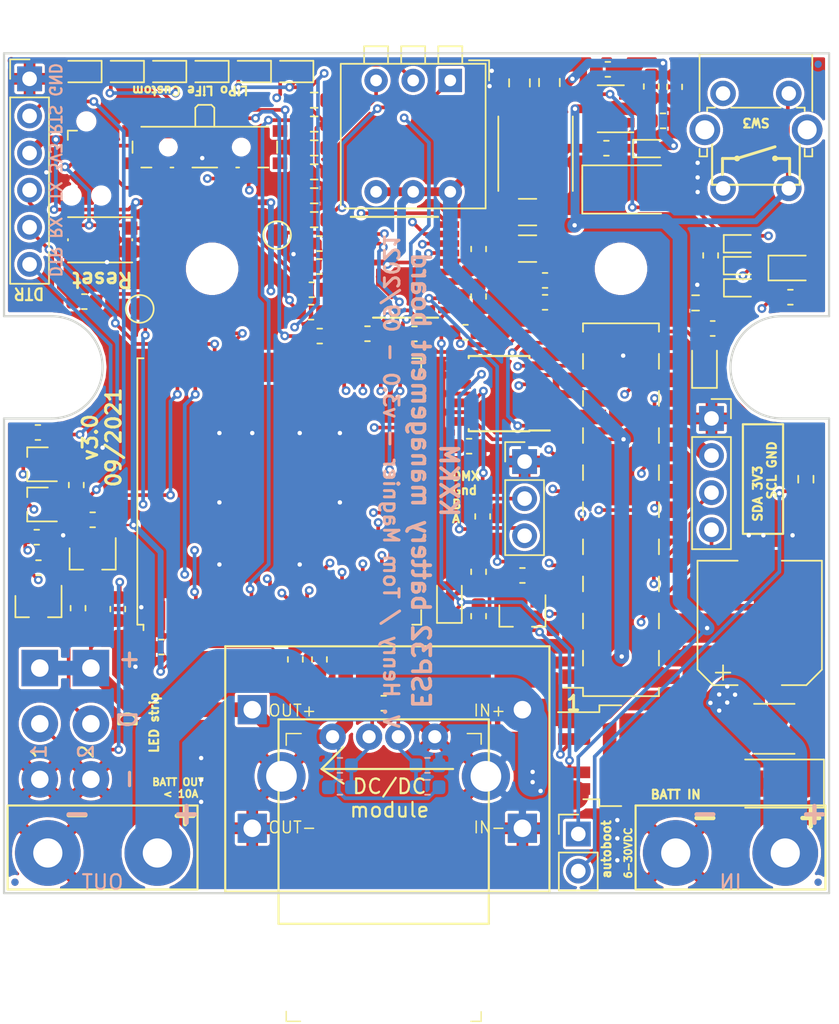
<source format=kicad_pcb>
(kicad_pcb (version 20171130) (host pcbnew 5.1.10)
  (title_block (title "ESP32 battery management module") (date 2021-09-13) (rev 3.0) (company KXKM) (comment 1 "Tom Magnier") (comment 2 "Fits enclosures Hammond 1593K / L / X"))
  (layers (0 F.Cu signal) (1 In1.Cu signal) (2 In2.Cu signal) (31 B.Cu signal) (34 B.Paste user hide) (35 F.Paste user hide) (36 B.SilkS user) (37 F.SilkS user hide) (38 B.Mask user hide) (39 F.Mask user hide) (44 Edge.Cuts user))
  (net 0 "")
  (net 1 GND)
  (net 2 /ESP32_EN)
  (net 3 +3V3)
  (net 4 +BATT)
  (net 5 "Net-(C7-Pad2)")
  (net 6 "Net-(C7-Pad1)")
  (net 7 "Net-(C8-Pad2)")
  (net 8 "/Battery monitoring/VBAT_MEAS")
  (net 9 "/Battery monitoring/STM32_RESET")
  (net 10 "/Battery monitoring/3.3V_EN")
  (net 11 "/Battery monitoring/EN_PUSH_BUTTON")
  (net 12 /PROG_RTS)
  (net 13 "Net-(J1-Pad4)")
  (net 14 /ESP32_TXO)
  (net 15 /PROG_DTR)
  (net 16 "/Battery monitoring/STM32_BOOT")
  (net 17 /ADC_IN)
  (net 18 /LED_DATA_1)
  (net 19 /SPI_CS)
  (net 20 /SPI_SCK)
  (net 21 /SPI_MISO)
  (net 22 /SPI_MOSI)
  (net 23 /I2C_SDA)
  (net 24 /I2C_SCL)
  (net 25 /DMX_DI)
  (net 26 /DMX_RO)
  (net 27 /DMX_DE)
  (net 28 /LED_DATA_2)
  (net 29 "Net-(J6-Pad2)")
  (net 30 "Net-(J6-Pad3)")
  (net 31 /LED_DATA_OUT_1)
  (net 32 /LED_DATA_OUT_2)
  (net 33 VBUS)
  (net 34 "/Battery monitoring/BATT_TYPE_1")
  (net 35 "/Battery monitoring/BATT_TYPE_2")
  (net 36 /ESP32_BOOT)
  (net 37 "/Battery monitoring/MAIN_OUT_EN")
  (net 38 /ESP32_RXI)
  (net 39 "/Battery monitoring/ESP32_EN")
  (net 40 "/Battery monitoring/LOAD_I_SENSE")
  (net 41 "/Battery monitoring/LED_BAR_1")
  (net 42 "/Battery monitoring/LED_BAR_3")
  (net 43 "/Battery monitoring/LED_BAR_2")
  (net 44 "/Battery monitoring/LED_BAR_4")
  (net 45 /I2S_DATA)
  (net 46 /I2S_BCK)
  (net 47 /I2S_LRCK)
  (net 48 "Net-(R8-Pad1)")
  (net 49 +VSW)
  (net 50 "Net-(D5-Pad1)")
  (net 51 "Net-(D10-Pad1)")
  (net 52 "Net-(D10-Pad2)")
  (net 53 "Net-(D6-Pad1)")
  (net 54 "Net-(C26-Pad1)")
  (net 55 "Net-(R12-Pad1)")
  (net 56 "Net-(Q2-Pad1)")
  (net 57 "Net-(Q1-Pad1)")
  (net 58 "Net-(Q6-Pad3)")
  (net 59 "Net-(J9-Pad2)")
  (net 60 "Net-(J9-Pad3)")
  (net 61 +BATT_RAW)
  (net 62 "Net-(C11-Pad2)")
  (net 63 "/Battery monitoring/AUTOBOOT_SENSE")
  (net 64 "Net-(J5-Pad2)")
  (net 65 "Net-(R33-Pad2)")
  (net 66 "Net-(R34-Pad2)")
  (net 67 "Net-(R35-Pad2)")
  (net 68 "Net-(R36-Pad2)")
  (net 69 /DIP_SWITCH)
  (net 70 "Net-(R38-Pad2)")
  (module Resistor_SMD:R_0603_1608Metric (layer F.Cu) (at 124.24 86.982)
    (fp_text reference R38 hide)
    (fp_text value 22k)
    (pad 2 smd roundrect (at 0.825 0) (size 0.8 0.95) (layers F.Cu F.Paste F.Mask) (net 70 "Net-(R38-Pad2)"))
    (pad 1 smd roundrect (at -0.825 0) (size 0.8 0.95) (layers F.Cu F.Paste F.Mask) (net 69 /DIP_SWITCH))
  )
  (module Resistor_SMD:R_0603_1608Metric (layer F.Cu) (at 124.24 85.346 180)
    (fp_text reference R37 hide)
    (fp_text value 10k)
    (pad 2 smd roundrect (at 0.825 0 180) (size 0.8 0.95) (layers F.Cu F.Paste F.Mask) (net 69 /DIP_SWITCH))
    (pad 1 smd roundrect (at -0.825 0 180) (size 0.8 0.95) (layers F.Cu F.Paste F.Mask) (net 67 "Net-(R35-Pad2)"))
  )
  (module Resistor_SMD:R_0603_1608Metric (layer F.Cu) (at 124.24 83.71)
    (fp_text reference R36 hide)
    (fp_text value 22k)
    (pad 2 smd roundrect (at 0.825 0) (size 0.8 0.95) (layers F.Cu F.Paste F.Mask) (net 68 "Net-(R36-Pad2)"))
    (pad 1 smd roundrect (at -0.825 0) (size 0.8 0.95) (layers F.Cu F.Paste F.Mask) (net 67 "Net-(R35-Pad2)"))
  )
  (module Resistor_SMD:R_0603_1608Metric (layer F.Cu) (at 124.24 88.618)
    (fp_text reference R35 hide)
    (fp_text value 10k)
    (pad 2 smd roundrect (at 0.825 0) (size 0.8 0.95) (layers F.Cu F.Paste F.Mask) (net 67 "Net-(R35-Pad2)"))
    (pad 1 smd roundrect (at -0.825 0) (size 0.8 0.95) (layers F.Cu F.Paste F.Mask) (net 65 "Net-(R33-Pad2)"))
  )
  (module Resistor_SMD:R_0603_1608Metric (layer F.Cu) (at 124.24 91.89)
    (fp_text reference R34 hide)
    (fp_text value 22k)
    (pad 2 smd roundrect (at 0.825 0) (size 0.8 0.95) (layers F.Cu F.Paste F.Mask) (net 66 "Net-(R34-Pad2)"))
    (pad 1 smd roundrect (at -0.825 0) (size 0.8 0.95) (layers F.Cu F.Paste F.Mask) (net 65 "Net-(R33-Pad2)"))
  )
  (module Resistor_SMD:R_0603_1608Metric (layer F.Cu) (at 124.24 90.254 180)
    (fp_text reference R33 hide)
    (fp_text value 22k)
    (pad 2 smd roundrect (at 0.825 0 180) (size 0.8 0.95) (layers F.Cu F.Paste F.Mask) (net 65 "Net-(R33-Pad2)"))
    (pad 1 smd roundrect (at -0.825 0 180) (size 0.8 0.95) (layers F.Cu F.Paste F.Mask) (net 1 GND))
  )
  (module Button_Switch_THT:SW_DIP_SPSTx03_Piano_CTS_Series194-3MSTN_W7.62mm_P2.54mm (layer F.Cu) (at 133.56 82.36 270)
    (fp_text reference SW2 hide)
    (fp_text value SW_DIP_x03)
    (pad 6 thru_hole oval (at 7.62 0 270) (size 1.6 1.6) (drill 0.8) (layers *.Cu *.Mask) (net 3 +3V3))
    (pad 3 thru_hole oval (at 0 5.08 270) (size 1.6 1.6) (drill 0.8) (layers *.Cu *.Mask) (net 70 "Net-(R38-Pad2)"))
    (pad 5 thru_hole oval (at 7.62 2.54 270) (size 1.6 1.6) (drill 0.8) (layers *.Cu *.Mask) (net 3 +3V3))
    (pad 2 thru_hole oval (at 0 2.54 270) (size 1.6 1.6) (drill 0.8) (layers *.Cu *.Mask) (net 68 "Net-(R36-Pad2)"))
    (pad 4 thru_hole oval (at 7.62 5.08 270) (size 1.6 1.6) (drill 0.8) (layers *.Cu *.Mask) (net 3 +3V3))
    (pad 1 thru_hole rect (at 0 0 270) (size 1.6 1.6) (drill 0.8) (layers *.Cu *.Mask) (net 66 "Net-(R34-Pad2)"))
  )
  (module Connector_PinHeader_2.54mm:PinHeader_1x02_P2.54mm_Vertical (layer F.Cu) (at 142.325 133.95)
    (fp_text reference J5 hide)
    (fp_text value Conn_01x02)
    (pad 2 thru_hole oval (at 0 2.54) (size 1.7 1.7) (drill 1) (layers *.Cu *.Mask) (net 64 "Net-(J5-Pad2)"))
    (pad 1 thru_hole rect (at 0 0) (size 1.7 1.7) (drill 1) (layers *.Cu *.Mask) (net 4 +BATT))
  )
  (module Resistor_SMD:R_0603_1608Metric (layer F.Cu) (at 150.36 97.59 180)
    (fp_text reference R32 hide)
    (fp_text value 47k)
    (pad 2 smd roundrect (at 0.825 0 180) (size 0.8 0.95) (layers F.Cu F.Paste F.Mask) (net 1 GND))
    (pad 1 smd roundrect (at -0.825 0 180) (size 0.8 0.95) (layers F.Cu F.Paste F.Mask) (net 62 "Net-(C11-Pad2)"))
  )
  (module Resistor_SMD:R_0603_1608Metric (layer F.Cu) (at 157.91 109.66 90)
    (fp_text reference R28 hide)
    (fp_text value 470R)
    (pad 2 smd roundrect (at 0.825 0 90) (size 0.8 0.95) (layers F.Cu F.Paste F.Mask) (net 63 "/Battery monitoring/AUTOBOOT_SENSE"))
    (pad 1 smd roundrect (at -0.825 0 90) (size 0.8 0.95) (layers F.Cu F.Paste F.Mask) (net 64 "Net-(J5-Pad2)"))
  )
  (module Diode_SMD:D_SOD-523 (layer F.Cu) (at 153.45 96.56)
    (fp_text reference D15 hide)
    (fp_text value 1N4148WT)
    (pad 1 smd rect (at -0.7 0 180) (size 0.6 0.7) (layers F.Cu F.Paste F.Mask) (net 54 "Net-(C26-Pad1)"))
    (pad 2 smd rect (at 0.7 0 180) (size 0.6 0.7) (layers F.Cu F.Paste F.Mask) (net 62 "Net-(C11-Pad2)"))
  )
  (module Diode_SMD:D_SOD-323 (layer F.Cu) (at 150.97 101.91 90)
    (fp_text reference D14 hide)
    (fp_text value Zener/3V/300mW)
    (pad 2 smd rect (at 1.05 0 90) (size 0.6 0.45) (layers F.Cu F.Paste F.Mask) (net 1 GND))
    (pad 1 smd rect (at -1.05 0 90) (size 0.6 0.45) (layers F.Cu F.Paste F.Mask) (net 63 "/Battery monitoring/AUTOBOOT_SENSE"))
  )
  (module Capacitor_SMD:C_0603_1608Metric (layer F.Cu) (at 151.53 99.34 180)
    (fp_text reference C11 hide)
    (fp_text value 1uF)
    (pad 2 smd roundrect (at 0.775 0 180) (size 0.9 0.95) (layers F.Cu F.Paste F.Mask) (net 62 "Net-(C11-Pad2)"))
    (pad 1 smd roundrect (at -0.775 0 180) (size 0.9 0.95) (layers F.Cu F.Paste F.Mask) (net 63 "/Battery monitoring/AUTOBOOT_SENSE"))
  )
  (module RF_Module:ESP32-WROOM-32U (layer F.Cu) (at 121.85 110.5 90)
    (fp_text reference U1 hide)
    (fp_text value ESP32-WROOM)
    (pad 38 smd rect (at 8.5 -8.255 90) (size 2 0.9) (layers F.Cu F.Paste F.Mask) (net 1 GND))
    (pad 37 smd rect (at 8.5 -6.985 90) (size 2 0.9) (layers F.Cu F.Paste F.Mask) (net 18 /LED_DATA_1))
    (pad 36 smd rect (at 8.5 -5.715 90) (size 2 0.9) (layers F.Cu F.Paste F.Mask) (net 28 /LED_DATA_2))
    (pad 35 smd rect (at 8.5 -4.445 90) (size 2 0.9) (layers F.Cu F.Paste F.Mask) (net 14 /ESP32_TXO))
    (pad 34 smd rect (at 8.5 -3.175 90) (size 2 0.9) (layers F.Cu F.Paste F.Mask) (net 38 /ESP32_RXI))
    (pad 33 smd rect (at 8.5 -1.905 90) (size 2 0.9) (layers F.Cu F.Paste F.Mask))
    (pad 32 smd rect (at 8.5 -0.635 90) (size 2 0.9) (layers F.Cu F.Paste F.Mask))
    (pad 31 smd rect (at 8.5 0.635 90) (size 2 0.9) (layers F.Cu F.Paste F.Mask))
    (pad 30 smd rect (at 8.5 1.905 90) (size 2 0.9) (layers F.Cu F.Paste F.Mask))
    (pad 29 smd rect (at 8.5 3.175 90) (size 2 0.9) (layers F.Cu F.Paste F.Mask))
    (pad 28 smd rect (at 8.5 4.445 90) (size 2 0.9) (layers F.Cu F.Paste F.Mask) (net 26 /DMX_RO))
    (pad 27 smd rect (at 8.5 5.715 90) (size 2 0.9) (layers F.Cu F.Paste F.Mask) (net 25 /DMX_DI))
    (pad 26 smd rect (at 8.5 6.985 90) (size 2 0.9) (layers F.Cu F.Paste F.Mask) (net 27 /DMX_DE))
    (pad 25 smd rect (at 8.5 8.255 90) (size 2 0.9) (layers F.Cu F.Paste F.Mask) (net 36 /ESP32_BOOT))
    (pad 24 smd rect (at 5.715 9.255 180) (size 2 0.9) (layers F.Cu F.Paste F.Mask))
    (pad 23 smd rect (at 4.445 9.255 180) (size 2 0.9) (layers F.Cu F.Paste F.Mask) (net 19 /SPI_CS))
    (pad 22 smd rect (at 3.175 9.255 180) (size 2 0.9) (layers F.Cu F.Paste F.Mask))
    (pad 21 smd rect (at 1.905 9.255 180) (size 2 0.9) (layers F.Cu F.Paste F.Mask))
    (pad 20 smd rect (at 0.635 9.255 180) (size 2 0.9) (layers F.Cu F.Paste F.Mask))
    (pad 19 smd rect (at -0.635 9.255 180) (size 2 0.9) (layers F.Cu F.Paste F.Mask))
    (pad 18 smd rect (at -1.905 9.255 180) (size 2 0.9) (layers F.Cu F.Paste F.Mask))
    (pad 17 smd rect (at -3.175 9.255 180) (size 2 0.9) (layers F.Cu F.Paste F.Mask))
    (pad 16 smd rect (at -4.445 9.255 180) (size 2 0.9) (layers F.Cu F.Paste F.Mask) (net 22 /SPI_MOSI))
    (pad 15 smd rect (at -5.715 9.255) (size 2 0.9) (layers F.Cu F.Paste F.Mask) (net 1 GND))
    (pad 14 smd rect (at -8.5 8.255 90) (size 2 0.9) (layers F.Cu F.Paste F.Mask) (net 21 /SPI_MISO))
    (pad 13 smd rect (at -8.5 6.985 90) (size 2 0.9) (layers F.Cu F.Paste F.Mask) (net 20 /SPI_SCK))
    (pad 12 smd rect (at -8.5 5.715 90) (size 2 0.9) (layers F.Cu F.Paste F.Mask) (net 46 /I2S_BCK))
    (pad 11 smd rect (at -8.5 4.445 90) (size 2 0.9) (layers F.Cu F.Paste F.Mask) (net 45 /I2S_DATA))
    (pad 10 smd rect (at -8.5 3.175 90) (size 2 0.9) (layers F.Cu F.Paste F.Mask) (net 47 /I2S_LRCK))
    (pad 9 smd rect (at -8.5 1.905 90) (size 2 0.9) (layers F.Cu F.Paste F.Mask) (net 24 /I2C_SCL))
    (pad 8 smd rect (at -8.5 0.635 90) (size 2 0.9) (layers F.Cu F.Paste F.Mask) (net 23 /I2C_SDA))
    (pad 7 smd rect (at -8.5 -0.635 90) (size 2 0.9) (layers F.Cu F.Paste F.Mask) (net 17 /ADC_IN))
    (pad 6 smd rect (at -8.5 -1.905 90) (size 2 0.9) (layers F.Cu F.Paste F.Mask) (net 69 /DIP_SWITCH))
    (pad 5 smd rect (at -8.5 -3.175 90) (size 2 0.9) (layers F.Cu F.Paste F.Mask))
    (pad 4 smd rect (at -8.5 -4.445 90) (size 2 0.9) (layers F.Cu F.Paste F.Mask))
    (pad 3 smd rect (at -8.5 -5.715 90) (size 2 0.9) (layers F.Cu F.Paste F.Mask) (net 2 /ESP32_EN))
    (pad 2 smd rect (at -8.5 -6.985 90) (size 2 0.9) (layers F.Cu F.Paste F.Mask) (net 3 +3V3))
    (pad 1 smd rect (at -8.5 -8.255 90) (size 2 0.9) (layers F.Cu F.Paste F.Mask) (net 1 GND))
    (pad 39 smd rect (at -1 -0.755 90) (size 5 5) (layers F.Cu F.Paste F.Mask) (net 1 GND))
  )
  (module Resistor_SMD:R_0603_1608Metric (layer F.Cu) (at 129 125)
    (fp_text reference R31 hide)
    (fp_text value 0R hide)
    (pad 2 smd roundrect (at 0.7875 0) (size 0.875 0.95) (layers F.Cu F.Paste F.Mask) (net 60 "Net-(J9-Pad3)"))
    (pad 1 smd roundrect (at -0.7875 0) (size 0.875 0.95) (layers F.Cu F.Paste F.Mask) (net 59 "Net-(J9-Pad2)"))
  )
  (module tom_kicad_lib:SolderWirePad_1x03_P3.81mm_Drill1.2mm (layer F.Cu) (at 105.45 122.59 270)
    (fp_text reference J7 hide)
    (fp_text value Conn_01x03 hide)
    (pad 1 thru_hole rect (at 0 0 270) (size 2.5 2.5) (drill 1.19888) (layers *.Cu *.Mask) (net 33 VBUS))
    (pad 2 thru_hole circle (at 3.81 0 270) (size 2.5 2.5) (drill 1.19888) (layers *.Cu *.Mask) (net 31 /LED_DATA_OUT_1))
    (pad 3 thru_hole circle (at 7.62 0 270) (size 2.5 2.5) (drill 1.19888) (layers *.Cu *.Mask) (net 1 GND))
  )
  (module tom_kicad_lib:SolderWirePad_1x03_P3.81mm_Drill1.2mm (layer F.Cu) (at 108.95 122.59 270)
    (fp_text reference J8 hide)
    (fp_text value Conn_01x03 hide)
    (pad 1 thru_hole rect (at 0 0 270) (size 2.5 2.5) (drill 1.19888) (layers *.Cu *.Mask) (net 33 VBUS))
    (pad 2 thru_hole circle (at 3.81 0 270) (size 2.5 2.5) (drill 1.19888) (layers *.Cu *.Mask) (net 32 /LED_DATA_OUT_2))
    (pad 3 thru_hole circle (at 7.62 0 270) (size 2.5 2.5) (drill 1.19888) (layers *.Cu *.Mask) (net 1 GND))
  )
  (module Package_TO_SOT_SMD:SOT-23 (layer F.Cu) (at 138.5 119 270)
    (fp_text reference Q6 hide)
    (fp_text value 2N7002 hide)
    (pad 3 smd rect (at 1 0 270) (size 0.9 0.8) (layers F.Cu F.Paste F.Mask) (net 58 "Net-(Q6-Pad3)"))
    (pad 2 smd rect (at -1 0.95 270) (size 0.9 0.8) (layers F.Cu F.Paste F.Mask) (net 1 GND))
    (pad 1 smd rect (at -1 -0.95 270) (size 0.9 0.8) (layers F.Cu F.Paste F.Mask) (net 37 "/Battery monitoring/MAIN_OUT_EN"))
  )
  (module tom_kicad_lib:DC_DC_Buck_module_22x17mm (layer F.Cu) (at 129.25 129.5 180)
    (fp_text reference U5 hide)
    (fp_text value DC_DC_POL hide)
    (fp_text user IN- (at -7 -4 180) (layer F.SilkS) (effects (font (size 0.8 0.8) (thickness 0.1))))
    (fp_text user IN+ (at -7 4 180) (layer F.SilkS) (effects (font (size 0.8 0.8) (thickness 0.1))))
    (fp_text user OUT- (at 6.5 -4 180) (layer F.SilkS) (effects (font (size 0.8 0.8) (thickness 0.1))))
    (fp_text user OUT+ (at 6.5 4 180) (layer F.SilkS) (effects (font (size 0.8 0.8) (thickness 0.1))))
    (pad 1 thru_hole rect (at -9.25 -4.06 180) (size 2 2) (drill 1.2) (layers *.Cu *.Mask) (net 1 GND))
    (pad 2 thru_hole rect (at -9.25 4.06 180) (size 2 2) (drill 1.2) (layers *.Cu *.Mask) (net 49 +VSW))
    (pad 3 thru_hole rect (at 9.25 -4.06 180) (size 2 2) (drill 1.2) (layers *.Cu *.Mask) (net 1 GND))
    (pad 4 thru_hole rect (at 9.25 4.06 180) (size 2 2) (drill 1.2) (layers *.Cu *.Mask) (net 33 VBUS))
  )
  (module Resistor_SMD:R_0603_1608Metric (layer B.Cu) (at 126 129.25 180)
    (fp_text reference R30 hide)
    (fp_text value DNP hide)
    (pad 2 smd roundrect (at 0.7875 0 180) (size 0.875 0.95) (layers B.Cu B.Paste B.Mask) (net 1 GND))
    (pad 1 smd roundrect (at -0.7875 0 180) (size 0.875 0.95) (layers B.Cu B.Paste B.Mask) (net 59 "Net-(J9-Pad2)"))
  )
  (module Resistor_SMD:R_0603_1608Metric (layer B.Cu) (at 126 130.75)
    (fp_text reference R29 hide)
    (fp_text value DNP hide)
    (pad 2 smd roundrect (at 0.7875 0) (size 0.875 0.95) (layers B.Cu B.Paste B.Mask) (net 59 "Net-(J9-Pad2)"))
    (pad 1 smd roundrect (at -0.7875 0) (size 0.875 0.95) (layers B.Cu B.Paste B.Mask) (net 33 VBUS))
  )
  (module Resistor_SMD:R_0603_1608Metric (layer B.Cu) (at 132 129.25)
    (fp_text reference R14 hide)
    (fp_text value DNP hide)
    (pad 2 smd roundrect (at 0.7875 0) (size 0.875 0.95) (layers B.Cu B.Paste B.Mask) (net 1 GND))
    (pad 1 smd roundrect (at -0.7875 0) (size 0.875 0.95) (layers B.Cu B.Paste B.Mask) (net 60 "Net-(J9-Pad3)"))
  )
  (module Resistor_SMD:R_0603_1608Metric (layer B.Cu) (at 132 130.75 180)
    (fp_text reference R13 hide)
    (fp_text value DNP hide)
    (pad 2 smd roundrect (at 0.7875 0 180) (size 0.875 0.95) (layers B.Cu B.Paste B.Mask) (net 60 "Net-(J9-Pad3)"))
    (pad 1 smd roundrect (at -0.7875 0 180) (size 0.875 0.95) (layers B.Cu B.Paste B.Mask) (net 33 VBUS))
  )
  (module Package_TO_SOT_SMD:SOT-23 (layer F.Cu) (at 105.36 118.35 270)
    (fp_text reference Q5 hide)
    (fp_text value 2N7002 hide)
    (pad 1 smd rect (at -1 -0.95 270) (size 0.9 0.8) (layers F.Cu F.Paste F.Mask) (net 3 +3V3))
    (pad 2 smd rect (at -1 0.95 270) (size 0.9 0.8) (layers F.Cu F.Paste F.Mask) (net 28 /LED_DATA_2))
    (pad 3 smd rect (at 1 0 270) (size 0.9 0.8) (layers F.Cu F.Paste F.Mask) (net 32 /LED_DATA_OUT_2))
  )
  (module Package_TO_SOT_SMD:SOT-23 (layer F.Cu) (at 109.07 115.09 270)
    (fp_text reference Q4 hide)
    (fp_text value 2N7002 hide)
    (pad 1 smd rect (at -1 -0.95 270) (size 0.9 0.8) (layers F.Cu F.Paste F.Mask) (net 3 +3V3))
    (pad 2 smd rect (at -1 0.95 270) (size 0.9 0.8) (layers F.Cu F.Paste F.Mask) (net 18 /LED_DATA_1))
    (pad 3 smd rect (at 1 0 270) (size 0.9 0.8) (layers F.Cu F.Paste F.Mask) (net 31 /LED_DATA_OUT_1))
  )
  (module tom_kicad_lib:USB_A_Female (layer F.Cu) (at 129 130)
    (fp_text reference J9 hide)
    (fp_text value USB_A hide)
    (pad 4 thru_hole circle (at 3.5 -2.71) (size 1.8 1.8) (drill 0.9) (layers *.Cu *.Mask) (net 1 GND))
    (pad 3 thru_hole circle (at 1 -2.71) (size 1.8 1.8) (drill 0.9) (layers *.Cu *.Mask) (net 60 "Net-(J9-Pad3)"))
    (pad 2 thru_hole circle (at -1 -2.71) (size 1.8 1.8) (drill 0.9) (layers *.Cu *.Mask) (net 59 "Net-(J9-Pad2)"))
    (pad 1 thru_hole circle (at -3.5 -2.71) (size 1.8 1.8) (drill 0.9) (layers *.Cu *.Mask) (net 33 VBUS))
    (pad 5 thru_hole circle (at 7 0) (size 3.3 3.3) (drill 2.1) (layers *.Cu *.Mask) (net 1 GND))
    (pad 5 thru_hole circle (at -7 0) (size 3.3 3.3) (drill 2.1) (layers *.Cu *.Mask) (net 1 GND))
  )
  (module Fiducial:Fiducial_0.5mm_Mask1mm (layer B.Cu) (at 158.75 81.25)
    (fp_text reference FID6 hide)
    (fp_text value Fiducial hide)
    (pad "" smd circle (at 0 0) (size 0.5 0.5) (layers B.Cu B.Mask) (clearance 0.25))
  )
  (module Fiducial:Fiducial_0.5mm_Mask1mm (layer B.Cu) (at 103.75 137.25)
    (fp_text reference FID5 hide)
    (fp_text value Fiducial hide)
    (pad "" smd circle (at 0 0) (size 0.5 0.5) (layers B.Cu B.Mask) (clearance 0.25))
  )
  (module Fiducial:Fiducial_0.5mm_Mask1mm (layer B.Cu) (at 158.75 137.25)
    (fp_text reference FID4 hide)
    (fp_text value Fiducial hide)
    (pad "" smd circle (at 0 0) (size 0.5 0.5) (layers B.Cu B.Mask) (clearance 0.25))
  )
  (module Fiducial:Fiducial_0.5mm_Mask1mm (layer F.Cu) (at 103.5 81)
    (fp_text reference FID3 hide)
    (fp_text value Fiducial hide)
    (pad "" smd circle (at 0 0) (size 0.5 0.5) (layers F.Cu F.Mask) (clearance 0.25))
  )
  (module Fiducial:Fiducial_0.5mm_Mask1mm (layer F.Cu) (at 158.75 137.25)
    (fp_text reference FID2 hide)
    (fp_text value Fiducial hide)
    (pad "" smd circle (at 0 0) (size 0.5 0.5) (layers F.Cu F.Mask) (clearance 0.25))
  )
  (module Fiducial:Fiducial_0.5mm_Mask1mm (layer F.Cu) (at 103.75 137.25)
    (fp_text reference FID1 hide)
    (fp_text value Fiducial hide)
    (pad "" smd circle (at 0 0) (size 0.5 0.5) (layers F.Cu F.Mask) (clearance 0.25))
  )
  (module Capacitor_SMD:CP_Elec_8x10 (layer F.Cu) (at 154.75 119.5 90)
    (fp_text reference C6 hide)
    (fp_text value 100uF,50V hide)
    (pad 1 smd rect (at -3.25 0 90) (size 3.5 2.5) (layers F.Cu F.Paste F.Mask) (net 61 +BATT_RAW))
    (pad 2 smd rect (at 3.25 0 90) (size 3.5 2.5) (layers F.Cu F.Paste F.Mask) (net 1 GND))
  )
  (module LED_SMD:LED_0603_1608Metric (layer F.Cu) (at 111.1 81.75 180)
    (fp_text reference D6 hide)
    (fp_text value Green)
    (pad 2 smd roundrect (at 0.7875 0 180) (size 0.875 0.95) (layers F.Cu F.Paste F.Mask) (net 50 "Net-(D5-Pad1)"))
    (pad 1 smd roundrect (at -0.7875 0 180) (size 0.875 0.95) (layers F.Cu F.Paste F.Mask) (net 53 "Net-(D6-Pad1)"))
  )
  (module Diode_SMD:D_SOD-523 (layer F.Cu) (at 153.44 93.54)
    (fp_text reference D1 hide)
    (fp_text value 1N4148WT hide)
    (pad 2 smd rect (at 0.7 0 180) (size 0.6 0.7) (layers F.Cu F.Paste F.Mask) (net 10 "/Battery monitoring/3.3V_EN"))
    (pad 1 smd rect (at -0.7 0 180) (size 0.6 0.7) (layers F.Cu F.Paste F.Mask) (net 54 "Net-(C26-Pad1)"))
  )
  (module Capacitor_SMD:C_0805_2012Metric (layer F.Cu) (at 140.35 82.5 90)
    (fp_text reference C9 hide)
    (fp_text value 10uF hide)
    (pad 1 smd roundrect (at -0.9375 0 90) (size 0.975 1.4) (layers F.Cu F.Paste F.Mask) (net 3 +3V3))
    (pad 2 smd roundrect (at 0.9375 0 90) (size 0.975 1.4) (layers F.Cu F.Paste F.Mask) (net 1 GND))
  )
  (module Package_TO_SOT_SMD:TO-252-4 (layer F.Cu) (at 146.24 128.59)
    (fp_text reference U4 hide)
    (fp_text value BTS50080-1TEA hide)
    (pad 3 smd rect (at 2.1 0) (size 6.4 5.8) (layers F.Cu F.Mask) (net 61 +BATT_RAW))
    (pad 5 smd rect (at -4.2 2.28) (size 2.2 0.8) (layers F.Cu F.Paste F.Mask) (net 49 +VSW))
    (pad 4 smd rect (at -4.2 1.14) (size 2.2 0.8) (layers F.Cu F.Paste F.Mask) (net 40 "/Battery monitoring/LOAD_I_SENSE"))
    (pad 2 smd rect (at -4.2 -1.14) (size 2.2 0.8) (layers F.Cu F.Paste F.Mask) (net 58 "Net-(Q6-Pad3)"))
    (pad 1 smd rect (at -4.2 -2.28) (size 2.2 0.8) (layers F.Cu F.Paste F.Mask) (net 49 +VSW))
  )
  (module Capacitor_SMD:C_0603_1608Metric (layer F.Cu) (at 144.35 81.6)
    (fp_text reference C26 hide)
    (fp_text value 10nF hide)
    (pad 1 smd roundrect (at -0.7875 0) (size 0.875 0.95) (layers F.Cu F.Paste F.Mask) (net 54 "Net-(C26-Pad1)"))
    (pad 2 smd roundrect (at 0.7875 0) (size 0.875 0.95) (layers F.Cu F.Paste F.Mask) (net 1 GND))
  )
  (module Capacitor_SMD:C_0603_1608Metric (layer F.Cu) (at 148.925 82.8 270)
    (fp_text reference C8 hide)
    (fp_text value 20pF hide)
    (pad 1 smd roundrect (at -0.7875 0 270) (size 0.875 0.95) (layers F.Cu F.Paste F.Mask) (net 3 +3V3))
    (pad 2 smd roundrect (at 0.7875 0 270) (size 0.875 0.95) (layers F.Cu F.Paste F.Mask) (net 7 "Net-(C8-Pad2)"))
  )
  (module Resistor_SMD:R_0603_1608Metric (layer F.Cu) (at 147.325 82.775 270)
    (fp_text reference R9 hide)
    (fp_text value 31.6k/1% hide)
    (pad 2 smd roundrect (at 0.7875 0 270) (size 0.875 0.95) (layers F.Cu F.Paste F.Mask) (net 7 "Net-(C8-Pad2)"))
    (pad 1 smd roundrect (at -0.7875 0 270) (size 0.875 0.95) (layers F.Cu F.Paste F.Mask) (net 3 +3V3))
  )
  (module Resistor_SMD:R_0603_1608Metric (layer F.Cu) (at 148.125 85.125)
    (fp_text reference R10 hide)
    (fp_text value 10k/1% hide)
    (pad 2 smd roundrect (at 0.7875 0) (size 0.875 0.95) (layers F.Cu F.Paste F.Mask) (net 1 GND))
    (pad 1 smd roundrect (at -0.7875 0) (size 0.875 0.95) (layers F.Cu F.Paste F.Mask) (net 7 "Net-(C8-Pad2)"))
  )
  (module Connector_Wire:SolderWirePad_1x01_Drill2mm (layer F.Cu) (at 113.5 135.25)
    (fp_text reference J15 hide)
    (fp_text value "Wire pad" hide)
    (pad 1 thru_hole circle (at 0 0) (size 4.50088 4.50088) (drill 1.99898) (layers *.Cu *.Mask) (net 49 +VSW))
  )
  (module Connector_PinSocket_2.54mm:PinSocket_1x04_P2.54mm_Vertical (layer F.Cu) (at 151.45 105.5)
    (fp_text reference J4 hide)
    (fp_text value Conn_01x04 hide)
    (pad 4 thru_hole oval (at 0 7.62) (size 1.7 1.7) (drill 1) (layers *.Cu *.Mask) (net 23 /I2C_SDA))
    (pad 3 thru_hole oval (at 0 5.08) (size 1.7 1.7) (drill 1) (layers *.Cu *.Mask) (net 24 /I2C_SCL))
    (pad 2 thru_hole oval (at 0 2.54) (size 1.7 1.7) (drill 1) (layers *.Cu *.Mask) (net 3 +3V3))
    (pad 1 thru_hole rect (at 0 0) (size 1.7 1.7) (drill 1) (layers *.Cu *.Mask) (net 1 GND))
  )
  (module Connector_PinSocket_2.54mm:PinSocket_2x10_P2.54mm_Vertical_SMD (layer F.Cu) (at 145.25 111.75 180)
    (fp_text reference J3 hide)
    (fp_text value Conn_02x10_Odd_Even hide)
    (pad 20 smd rect (at -2.52 11.43 180) (size 3 1) (layers F.Cu F.Paste F.Mask) (net 1 GND))
    (pad 19 smd rect (at 2.52 11.43 180) (size 3 1) (layers F.Cu F.Paste F.Mask) (net 26 /DMX_RO))
    (pad 18 smd rect (at -2.52 8.89 180) (size 3 1) (layers F.Cu F.Paste F.Mask) (net 28 /LED_DATA_2))
    (pad 17 smd rect (at 2.52 8.89 180) (size 3 1) (layers F.Cu F.Paste F.Mask) (net 25 /DMX_DI))
    (pad 16 smd rect (at -2.52 6.35 180) (size 3 1) (layers F.Cu F.Paste F.Mask) (net 18 /LED_DATA_1))
    (pad 15 smd rect (at 2.52 6.35 180) (size 3 1) (layers F.Cu F.Paste F.Mask) (net 27 /DMX_DE))
    (pad 14 smd rect (at -2.52 3.81 180) (size 3 1) (layers F.Cu F.Paste F.Mask) (net 46 /I2S_BCK))
    (pad 13 smd rect (at 2.52 3.81 180) (size 3 1) (layers F.Cu F.Paste F.Mask) (net 19 /SPI_CS))
    (pad 12 smd rect (at -2.52 1.27 180) (size 3 1) (layers F.Cu F.Paste F.Mask) (net 45 /I2S_DATA))
    (pad 11 smd rect (at 2.52 1.27 180) (size 3 1) (layers F.Cu F.Paste F.Mask) (net 22 /SPI_MOSI))
    (pad 10 smd rect (at -2.52 -1.27 180) (size 3 1) (layers F.Cu F.Paste F.Mask) (net 47 /I2S_LRCK))
    (pad 9 smd rect (at 2.52 -1.27 180) (size 3 1) (layers F.Cu F.Paste F.Mask) (net 21 /SPI_MISO))
    (pad 8 smd rect (at -2.52 -3.81 180) (size 3 1) (layers F.Cu F.Paste F.Mask) (net 24 /I2C_SCL))
    (pad 7 smd rect (at 2.52 -3.81 180) (size 3 1) (layers F.Cu F.Paste F.Mask) (net 20 /SPI_SCK))
    (pad 6 smd rect (at -2.52 -6.35 180) (size 3 1) (layers F.Cu F.Paste F.Mask) (net 23 /I2C_SDA))
    (pad 5 smd rect (at 2.52 -6.35 180) (size 3 1) (layers F.Cu F.Paste F.Mask) (net 17 /ADC_IN))
    (pad 4 smd rect (at -2.52 -8.89 180) (size 3 1) (layers F.Cu F.Paste F.Mask) (net 4 +BATT))
    (pad 3 smd rect (at 2.52 -8.89 180) (size 3 1) (layers F.Cu F.Paste F.Mask) (net 33 VBUS))
    (pad 2 smd rect (at -2.52 -11.43 180) (size 3 1) (layers F.Cu F.Paste F.Mask) (net 49 +VSW))
    (pad 1 smd rect (at 2.52 -11.43 180) (size 3 1) (layers F.Cu F.Paste F.Mask) (net 3 +3V3))
  )
  (module Inductor_SMD:L_Taiyo-Yuden_NR-50xx (layer F.Cu) (at 139.4 87.375 90)
    (fp_text reference L1 hide)
    (fp_text value 15uH,1.5A hide)
    (pad 2 smd rect (at 1.8 0 90) (size 1.5 4.2) (layers F.Cu F.Paste F.Mask) (net 3 +3V3))
    (pad 1 smd rect (at -1.8 0 90) (size 1.5 4.2) (layers F.Cu F.Paste F.Mask) (net 5 "Net-(C7-Pad2)"))
  )
  (module Package_TO_SOT_SMD:SOT-323_SC-70 (layer F.Cu) (at 105.32 108.64 180)
    (fp_text reference Q1 hide)
    (fp_text value BC847W hide)
    (pad 1 smd rect (at -1 -0.65 90) (size 0.45 0.7) (layers F.Cu F.Paste F.Mask) (net 57 "Net-(Q1-Pad1)"))
    (pad 2 smd rect (at -1 0.65 90) (size 0.45 0.7) (layers F.Cu F.Paste F.Mask) (net 15 /PROG_DTR))
    (pad 3 smd rect (at 1 0 90) (size 0.45 0.7) (layers F.Cu F.Paste F.Mask) (net 36 /ESP32_BOOT))
  )
  (module Capacitor_SMD:C_0603_1608Metric (layer F.Cu) (at 105.24 113.63)
    (fp_text reference C1 hide)
    (fp_text value 1uF hide)
    (pad 1 smd roundrect (at -0.7875 0) (size 0.875 0.95) (layers F.Cu F.Paste F.Mask) (net 2 /ESP32_EN))
    (pad 2 smd roundrect (at 0.7875 0) (size 0.875 0.95) (layers F.Cu F.Paste F.Mask) (net 1 GND))
  )
  (module Resistor_SMD:R_0603_1608Metric (layer F.Cu) (at 124.61 93.53 180)
    (fp_text reference R23 hide)
    (fp_text value 1k hide)
    (pad 1 smd roundrect (at -0.7875 0 180) (size 0.875 0.95) (layers F.Cu F.Paste F.Mask) (net 16 "/Battery monitoring/STM32_BOOT"))
    (pad 2 smd roundrect (at 0.7875 0 180) (size 0.875 0.95) (layers F.Cu F.Paste F.Mask) (net 1 GND))
  )
  (module Resistor_SMD:R_0603_1608Metric (layer F.Cu) (at 127.89 99.7 180)
    (fp_text reference R24 hide)
    (fp_text value 100R hide)
    (pad 2 smd roundrect (at 0.7875 0 180) (size 0.875 0.95) (layers F.Cu F.Paste F.Mask) (net 41 "/Battery monitoring/LED_BAR_1"))
    (pad 1 smd roundrect (at -0.7875 0 180) (size 0.875 0.95) (layers F.Cu F.Paste F.Mask) (net 51 "Net-(D10-Pad1)"))
  )
  (module Resistor_SMD:R_0603_1608Metric (layer F.Cu) (at 131.11 99.71)
    (fp_text reference R25 hide)
    (fp_text value 100R hide)
    (pad 1 smd roundrect (at -0.7875 0) (size 0.875 0.95) (layers F.Cu F.Paste F.Mask) (net 52 "Net-(D10-Pad2)"))
    (pad 2 smd roundrect (at 0.7875 0) (size 0.875 0.95) (layers F.Cu F.Paste F.Mask) (net 43 "/Battery monitoring/LED_BAR_2"))
  )
  (module Resistor_SMD:R_0603_1608Metric (layer F.Cu) (at 124.025 98.225)
    (fp_text reference R26 hide)
    (fp_text value 100R hide)
    (pad 2 smd roundrect (at 0.7875 0) (size 0.875 0.95) (layers F.Cu F.Paste F.Mask) (net 42 "/Battery monitoring/LED_BAR_3"))
    (pad 1 smd roundrect (at -0.7875 0) (size 0.875 0.95) (layers F.Cu F.Paste F.Mask) (net 50 "Net-(D5-Pad1)"))
  )
  (module Resistor_SMD:R_0603_1608Metric (layer F.Cu) (at 124.62 99.86)
    (fp_text reference R27 hide)
    (fp_text value 100R hide)
    (pad 1 smd roundrect (at -0.7875 0) (size 0.875 0.95) (layers F.Cu F.Paste F.Mask) (net 53 "Net-(D6-Pad1)"))
    (pad 2 smd roundrect (at 0.7875 0) (size 0.875 0.95) (layers F.Cu F.Paste F.Mask) (net 44 "/Battery monitoring/LED_BAR_4"))
  )
  (module Diode_SMD:D_SOD-323 (layer F.Cu) (at 133.5 118 90)
    (fp_text reference D13 hide)
    (fp_text value Zener/3V/300mW hide)
    (pad 1 smd rect (at -1.05 0 90) (size 0.6 0.45) (layers F.Cu F.Paste F.Mask) (net 40 "/Battery monitoring/LOAD_I_SENSE"))
    (pad 2 smd rect (at 1.05 0 90) (size 0.6 0.45) (layers F.Cu F.Paste F.Mask) (net 1 GND))
  )
  (module Package_TO_SOT_SMD:SOT-323_SC-70 (layer F.Cu) (at 105.32 111.39 180)
    (fp_text reference Q2 hide)
    (fp_text value BC847W hide)
    (pad 3 smd rect (at 1 0 90) (size 0.45 0.7) (layers F.Cu F.Paste F.Mask) (net 2 /ESP32_EN))
    (pad 2 smd rect (at -1 0.65 90) (size 0.45 0.7) (layers F.Cu F.Paste F.Mask) (net 12 /PROG_RTS))
    (pad 1 smd rect (at -1 -0.65 90) (size 0.45 0.7) (layers F.Cu F.Paste F.Mask) (net 56 "Net-(Q2-Pad1)"))
  )
  (module Resistor_SMD:R_0603_1608Metric (layer F.Cu) (at 122.95 122 270)
    (fp_text reference R3 hide)
    (fp_text value 10k hide)
    (pad 2 smd roundrect (at 0.7875 0 270) (size 0.875 0.95) (layers F.Cu F.Paste F.Mask) (net 3 +3V3))
    (pad 1 smd roundrect (at -0.7875 0 270) (size 0.875 0.95) (layers F.Cu F.Paste F.Mask) (net 23 /I2C_SDA))
  )
  (module Resistor_SMD:R_0603_1608Metric (layer F.Cu) (at 108.5 97.5 180)
    (fp_text reference R2 hide)
    (fp_text value 1k hide)
    (pad 1 smd roundrect (at -0.7875 0 180) (size 0.875 0.95) (layers F.Cu F.Paste F.Mask) (net 38 /ESP32_RXI))
    (pad 2 smd roundrect (at 0.7875 0 180) (size 0.875 0.95) (layers F.Cu F.Paste F.Mask) (net 13 "Net-(J1-Pad4)"))
  )
  (module Resistor_SMD:R_0603_1608Metric (layer F.Cu) (at 124.6 122 270)
    (fp_text reference R4 hide)
    (fp_text value 10k hide)
    (pad 2 smd roundrect (at 0.7875 0 270) (size 0.875 0.95) (layers F.Cu F.Paste F.Mask) (net 3 +3V3))
    (pad 1 smd roundrect (at -0.7875 0 270) (size 0.875 0.95) (layers F.Cu F.Paste F.Mask) (net 24 /I2C_SCL))
  )
  (module Resistor_SMD:R_0603_1608Metric (layer F.Cu) (at 107.95 110.06 270)
    (fp_text reference R5 hide)
    (fp_text value 10k hide)
    (pad 1 smd roundrect (at -0.7875 0 270) (size 0.875 0.95) (layers F.Cu F.Paste F.Mask) (net 57 "Net-(Q1-Pad1)"))
    (pad 2 smd roundrect (at 0.7875 0 270) (size 0.875 0.95) (layers F.Cu F.Paste F.Mask) (net 12 /PROG_RTS))
  )
  (module Resistor_SMD:R_0603_1608Metric (layer F.Cu) (at 105.32 106.46)
    (fp_text reference R6 hide)
    (fp_text value 10k hide)
    (pad 2 smd roundrect (at 0.7875 0) (size 0.875 0.95) (layers F.Cu F.Paste F.Mask) (net 15 /PROG_DTR))
    (pad 1 smd roundrect (at -0.7875 0) (size 0.875 0.95) (layers F.Cu F.Paste F.Mask) (net 56 "Net-(Q2-Pad1)"))
  )
  (module Resistor_SMD:R_0603_1608Metric (layer F.Cu) (at 135.5 116 90)
    (fp_text reference R22 hide)
    (fp_text value 1k/1% hide)
    (pad 1 smd roundrect (at -0.7875 0 90) (size 0.875 0.95) (layers F.Cu F.Paste F.Mask) (net 1 GND))
    (pad 2 smd roundrect (at 0.7875 0 90) (size 0.875 0.95) (layers F.Cu F.Paste F.Mask) (net 55 "Net-(R12-Pad1)"))
  )
  (module Resistor_SMD:R_0603_1608Metric (layer F.Cu) (at 108.07 118.49 90)
    (fp_text reference R20 hide)
    (fp_text value 10k hide)
    (pad 2 smd roundrect (at 0.7875 0 90) (size 0.875 0.95) (layers F.Cu F.Paste F.Mask) (net 33 VBUS))
    (pad 1 smd roundrect (at -0.7875 0 90) (size 0.875 0.95) (layers F.Cu F.Paste F.Mask) (net 32 /LED_DATA_OUT_2))
  )
  (module Resistor_SMD:R_0603_1608Metric (layer F.Cu) (at 110.79 118.55 270)
    (fp_text reference R19 hide)
    (fp_text value 10k hide)
    (pad 1 smd roundrect (at -0.7875 0 270) (size 0.875 0.95) (layers F.Cu F.Paste F.Mask) (net 31 /LED_DATA_OUT_1))
    (pad 2 smd roundrect (at 0.7875 0 270) (size 0.875 0.95) (layers F.Cu F.Paste F.Mask) (net 33 VBUS))
  )
  (module Resistor_SMD:R_0603_1608Metric (layer F.Cu) (at 105.36 115.72)
    (fp_text reference R18 hide)
    (fp_text value 10k hide)
    (pad 1 smd roundrect (at -0.7875 0) (size 0.875 0.95) (layers F.Cu F.Paste F.Mask) (net 28 /LED_DATA_2))
    (pad 2 smd roundrect (at 0.7875 0) (size 0.875 0.95) (layers F.Cu F.Paste F.Mask) (net 3 +3V3))
  )
  (module Resistor_SMD:R_0603_1608Metric (layer F.Cu) (at 109.07 112.44)
    (fp_text reference R17 hide)
    (fp_text value 10k hide)
    (pad 1 smd roundrect (at -0.7875 0) (size 0.875 0.95) (layers F.Cu F.Paste F.Mask) (net 18 /LED_DATA_1))
    (pad 2 smd roundrect (at 0.7875 0) (size 0.875 0.95) (layers F.Cu F.Paste F.Mask) (net 3 +3V3))
  )
  (module Resistor_SMD:R_0603_1608Metric (layer F.Cu) (at 134.6 99.6)
    (fp_text reference R11 hide)
    (fp_text value 10k hide)
    (pad 2 smd roundrect (at 0.7875 0) (size 0.875 0.95) (layers F.Cu F.Paste F.Mask) (net 39 "/Battery monitoring/ESP32_EN"))
    (pad 1 smd roundrect (at -0.7875 0) (size 0.875 0.95) (layers F.Cu F.Paste F.Mask) (net 2 /ESP32_EN))
  )
  (module Resistor_SMD:R_0603_1608Metric (layer F.Cu) (at 138.5 116.25)
    (fp_text reference R21 hide)
    (fp_text value 10k hide)
    (pad 1 smd roundrect (at -0.7875 0) (size 0.875 0.95) (layers F.Cu F.Paste F.Mask) (net 1 GND))
    (pad 2 smd roundrect (at 0.7875 0) (size 0.875 0.95) (layers F.Cu F.Paste F.Mask) (net 37 "/Battery monitoring/MAIN_OUT_EN"))
  )
  (module Diode_SMD:D_SMA (layer F.Cu) (at 146 89.825)
    (fp_text reference D3 hide)
    (fp_text value 1A/100V hide)
    (pad 1 smd rect (at -2 0) (size 2.5 1.8) (layers F.Cu F.Paste F.Mask) (net 5 "Net-(C7-Pad2)"))
    (pad 2 smd rect (at 2 0) (size 2.5 1.8) (layers F.Cu F.Paste F.Mask) (net 1 GND))
  )
  (module Diode_SMD:D_SOD-523 (layer F.Cu) (at 147.225 87.025)
    (fp_text reference D12 hide)
    (fp_text value 1N4148WT hide)
    (pad 1 smd rect (at -0.7 0 180) (size 0.6 0.7) (layers F.Cu F.Paste F.Mask) (net 6 "Net-(C7-Pad1)"))
    (pad 2 smd rect (at 0.7 0 180) (size 0.6 0.7) (layers F.Cu F.Paste F.Mask) (net 3 +3V3))
  )
  (module Diode_SMD:D_SOD-523 (layer F.Cu) (at 153.44 95.04)
    (fp_text reference D4 hide)
    (fp_text value 1N4148WT hide)
    (pad 2 smd rect (at 0.7 0 180) (size 0.6 0.7) (layers F.Cu F.Paste F.Mask) (net 11 "/Battery monitoring/EN_PUSH_BUTTON"))
    (pad 1 smd rect (at -0.7 0 180) (size 0.6 0.7) (layers F.Cu F.Paste F.Mask) (net 54 "Net-(C26-Pad1)"))
  )
  (module Button_Switch_SMD:SW_SP3T_PCM13 (layer F.Cu) (at 116.75 87.25 180)
    (fp_text reference SW4 hide)
    (fp_text value SW_SP3T hide)
    (pad "" np_thru_hole circle (at -2.5 0.33 180) (size 0.9 0.9) (drill 0.9) (layers *.Cu *.Mask))
    (pad "" np_thru_hole circle (at 2.5 0.33 180) (size 0.9 0.9) (drill 0.9) (layers *.Cu *.Mask))
    (pad 1 smd rect (at -3 -1.43 180) (size 0.7 1.5) (layers F.Cu F.Paste F.Mask) (net 34 "/Battery monitoring/BATT_TYPE_1"))
    (pad 2 smd rect (at -1.5 -1.43 180) (size 0.7 1.5) (layers F.Cu F.Paste F.Mask) (net 35 "/Battery monitoring/BATT_TYPE_2"))
    (pad 3 smd rect (at 1.5 -1.43 180) (size 0.7 1.5) (layers F.Cu F.Paste F.Mask) (net 1 GND))
    (pad 4 smd rect (at 3 -1.43 180) (size 0.7 1.5) (layers F.Cu F.Paste F.Mask))
    (pad "" smd rect (at -5.15 1.43 180) (size 1 0.8) (layers F.Cu F.Paste F.Mask))
    (pad "" smd rect (at 5.15 1.43 180) (size 1 0.8) (layers F.Cu F.Paste F.Mask))
    (pad "" smd rect (at 5.15 -0.78 180) (size 1 0.8) (layers F.Cu F.Paste F.Mask))
    (pad "" smd rect (at -5.15 -0.78 180) (size 1 0.8) (layers F.Cu F.Paste F.Mask))
  )
  (module Button_Switch_SMD:SW_SPST_KMR2 (layer F.Cu) (at 109.58 93.27)
    (fp_text reference SW1 hide)
    (fp_text value SW_Push hide)
    (pad 2 smd rect (at 2.05 0.8 90) (size 0.9 1) (layers F.Cu F.Paste F.Mask) (net 1 GND))
    (pad 1 smd rect (at 2.05 -0.8 90) (size 0.9 1) (layers F.Cu F.Paste F.Mask) (net 9 "/Battery monitoring/STM32_RESET"))
    (pad 2 smd rect (at -2.05 0.8 90) (size 0.9 1) (layers F.Cu F.Paste F.Mask) (net 1 GND))
    (pad 1 smd rect (at -2.05 -0.8 90) (size 0.9 1) (layers F.Cu F.Paste F.Mask) (net 9 "/Battery monitoring/STM32_RESET"))
  )
  (module Capacitor_SMD:C_0603_1608Metric (layer F.Cu) (at 113.7875 121.15 180)
    (fp_text reference C2 hide)
    (fp_text value 0.1uF hide)
    (pad 2 smd roundrect (at 0.7875 0 180) (size 0.875 0.95) (layers F.Cu F.Paste F.Mask) (net 1 GND))
    (pad 1 smd roundrect (at -0.7875 0 180) (size 0.875 0.95) (layers F.Cu F.Paste F.Mask) (net 3 +3V3))
  )
  (module Capacitor_SMD:C_0603_1608Metric (layer F.Cu) (at 134.85 107.4)
    (fp_text reference C3 hide)
    (fp_text value 0.1uF hide)
    (pad 1 smd roundrect (at -0.7875 0) (size 0.875 0.95) (layers F.Cu F.Paste F.Mask) (net 3 +3V3))
    (pad 2 smd roundrect (at 0.7875 0) (size 0.875 0.95) (layers F.Cu F.Paste F.Mask) (net 1 GND))
  )
  (module Capacitor_SMD:C_0603_1608Metric (layer F.Cu) (at 144.25 87 180)
    (fp_text reference C7 hide)
    (fp_text value 0.1uF hide)
    (pad 2 smd roundrect (at 0.7875 0 180) (size 0.875 0.95) (layers F.Cu F.Paste F.Mask) (net 5 "Net-(C7-Pad2)"))
    (pad 1 smd roundrect (at -0.7875 0 180) (size 0.875 0.95) (layers F.Cu F.Paste F.Mask) (net 6 "Net-(C7-Pad1)"))
  )
  (module Capacitor_SMD:C_0603_1608Metric (layer F.Cu) (at 135.5 97.15 270)
    (fp_text reference C21 hide)
    (fp_text value 1nF hide)
    (pad 2 smd roundrect (at 0.7875 0 270) (size 0.875 0.95) (layers F.Cu F.Paste F.Mask) (net 1 GND))
    (pad 1 smd roundrect (at -0.7875 0 270) (size 0.875 0.95) (layers F.Cu F.Paste F.Mask) (net 8 "/Battery monitoring/VBAT_MEAS"))
  )
  (module Capacitor_SMD:C_0603_1608Metric (layer F.Cu) (at 124.075 96.69 180)
    (fp_text reference C22 hide)
    (fp_text value 0.1uF hide)
    (pad 1 smd roundrect (at -0.7875 0 180) (size 0.875 0.95) (layers F.Cu F.Paste F.Mask) (net 3 +3V3))
    (pad 2 smd roundrect (at 0.7875 0 180) (size 0.875 0.95) (layers F.Cu F.Paste F.Mask) (net 1 GND))
  )
  (module Capacitor_SMD:C_0603_1608Metric (layer F.Cu) (at 135.5 93.9 90)
    (fp_text reference C23 hide)
    (fp_text value 0.1uF hide)
    (pad 2 smd roundrect (at 0.7875 0 90) (size 0.875 0.95) (layers F.Cu F.Paste F.Mask) (net 1 GND))
    (pad 1 smd roundrect (at -0.7875 0 90) (size 0.875 0.95) (layers F.Cu F.Paste F.Mask) (net 3 +3V3))
  )
  (module Capacitor_SMD:C_0603_1608Metric (layer F.Cu) (at 124.6 95.1 180)
    (fp_text reference C24 hide)
    (fp_text value 0.1uF hide)
    (pad 1 smd roundrect (at -0.7875 0 180) (size 0.875 0.95) (layers F.Cu F.Paste F.Mask) (net 9 "/Battery monitoring/STM32_RESET"))
    (pad 2 smd roundrect (at 0.7875 0 180) (size 0.875 0.95) (layers F.Cu F.Paste F.Mask) (net 1 GND))
  )
  (module Capacitor_SMD:C_0805_2012Metric (layer F.Cu) (at 138.3 82.525 90)
    (fp_text reference C10 hide)
    (fp_text value 10uF hide)
    (pad 2 smd roundrect (at 0.9375 0 90) (size 0.975 1.4) (layers F.Cu F.Paste F.Mask) (net 1 GND))
    (pad 1 smd roundrect (at -0.9375 0 90) (size 0.975 1.4) (layers F.Cu F.Paste F.Mask) (net 3 +3V3))
  )
  (module Capacitor_SMD:C_1206_3216Metric (layer F.Cu) (at 138.85 91.375 180)
    (fp_text reference C5 hide)
    (fp_text value 10uF/50V hide)
    (pad 1 smd roundrect (at -1.4 0 180) (size 1.25 1.75) (layers F.Cu F.Paste F.Mask) (roundrect_rratio 0.2) (net 4 +BATT))
    (pad 2 smd roundrect (at 1.4 0 180) (size 1.25 1.75) (layers F.Cu F.Paste F.Mask) (roundrect_rratio 0.2) (net 1 GND))
  )
  (module Capacitor_SMD:C_1206_3216Metric (layer F.Cu) (at 138.85 93.875 180)
    (fp_text reference C4 hide)
    (fp_text value 10uF/50V hide)
    (pad 2 smd roundrect (at 1.4 0 180) (size 1.25 1.75) (layers F.Cu F.Paste F.Mask) (roundrect_rratio 0.2) (net 1 GND))
    (pad 1 smd roundrect (at -1.4 0 180) (size 1.25 1.75) (layers F.Cu F.Paste F.Mask) (roundrect_rratio 0.2) (net 4 +BATT))
  )
  (module Connector:Tag-Connect_TC2030-IDC-NL_2x03_P1.27mm_Vertical (layer F.Cu) (at 108.64 87.7 270)
    (fp_text reference P1 hide)
    (fp_text value TC_SWD hide)
    (pad 6 connect circle (at 1.27 -0.635 270) (size 0.7874 0.7874) (layers F.Cu F.Mask))
    (pad 5 connect circle (at 1.27 0.635 270) (size 0.7874 0.7874) (layers F.Cu F.Mask) (net 1 GND))
    (pad 4 connect circle (at 0 -0.635 270) (size 0.7874 0.7874) (layers F.Cu F.Mask) (net 35 "/Battery monitoring/BATT_TYPE_2"))
    (pad 3 connect circle (at 0 0.635 270) (size 0.7874 0.7874) (layers F.Cu F.Mask) (net 9 "/Battery monitoring/STM32_RESET"))
    (pad 2 connect circle (at -1.27 -0.635 270) (size 0.7874 0.7874) (layers F.Cu F.Mask) (net 34 "/Battery monitoring/BATT_TYPE_1"))
    (pad 1 connect circle (at -1.27 0.635 270) (size 0.7874 0.7874) (layers F.Cu F.Mask) (net 3 +3V3))
    (pad "" np_thru_hole circle (at -2.54 0 270) (size 0.9906 0.9906) (drill 0.9906) (layers *.Cu *.Mask))
    (pad "" np_thru_hole circle (at 2.54 1.016 270) (size 0.9906 0.9906) (drill 0.9906) (layers *.Cu *.Mask))
    (pad "" np_thru_hole circle (at 2.54 -1.016 270) (size 0.9906 0.9906) (drill 0.9906) (layers *.Cu *.Mask))
  )
  (module Connector_PinHeader_2.54mm:PinHeader_1x06_P2.54mm_Vertical (layer F.Cu) (at 104.75 82.25)
    (fp_text reference J1 hide)
    (fp_text value Conn_01x06 hide)
    (pad 1 thru_hole rect (at 0 0) (size 1.7 1.7) (drill 1) (layers *.Cu *.Mask) (net 1 GND))
    (pad 2 thru_hole oval (at 0 2.54) (size 1.7 1.7) (drill 1) (layers *.Cu *.Mask) (net 12 /PROG_RTS))
    (pad 3 thru_hole oval (at 0 5.08) (size 1.7 1.7) (drill 1) (layers *.Cu *.Mask) (net 3 +3V3))
    (pad 4 thru_hole oval (at 0 7.62) (size 1.7 1.7) (drill 1) (layers *.Cu *.Mask) (net 13 "Net-(J1-Pad4)"))
    (pad 5 thru_hole oval (at 0 10.16) (size 1.7 1.7) (drill 1) (layers *.Cu *.Mask) (net 14 /ESP32_TXO))
    (pad 6 thru_hole oval (at 0 12.7) (size 1.7 1.7) (drill 1) (layers *.Cu *.Mask) (net 15 /PROG_DTR))
  )
  (module Diode_SMD:D_SOD-323 (layer F.Cu) (at 156.85 95.2)
    (fp_text reference D2 hide)
    (fp_text value Zener/3V/300mW hide)
    (pad 1 smd rect (at -1.05 0) (size 0.6 0.45) (layers F.Cu F.Paste F.Mask) (net 11 "/Battery monitoring/EN_PUSH_BUTTON"))
    (pad 2 smd rect (at 1.05 0) (size 0.6 0.45) (layers F.Cu F.Paste F.Mask) (net 1 GND))
  )
  (module LED_SMD:LED_0603_1608Metric (layer F.Cu) (at 122.7 81.75 180)
    (fp_text reference D10 hide)
    (fp_text value Red)
    (pad 2 smd roundrect (at 0.7875 0 180) (size 0.875 0.95) (layers F.Cu F.Paste F.Mask) (net 52 "Net-(D10-Pad2)"))
    (pad 1 smd roundrect (at -0.7875 0 180) (size 0.875 0.95) (layers F.Cu F.Paste F.Mask) (net 51 "Net-(D10-Pad1)"))
  )
  (module LED_SMD:LED_0603_1608Metric (layer F.Cu) (at 116.9 81.75 180)
    (fp_text reference D8 hide)
    (fp_text value Yellow hide)
    (pad 1 smd roundrect (at -0.7875 0 180) (size 0.875 0.95) (layers F.Cu F.Paste F.Mask) (net 52 "Net-(D10-Pad2)"))
    (pad 2 smd roundrect (at 0.7875 0 180) (size 0.875 0.95) (layers F.Cu F.Paste F.Mask) (net 50 "Net-(D5-Pad1)"))
  )
  (module LED_SMD:LED_0603_1608Metric (layer F.Cu) (at 119.8 81.75 180)
    (fp_text reference D9 hide)
    (fp_text value Yellow)
    (pad 2 smd roundrect (at 0.7875 0 180) (size 0.875 0.95) (layers F.Cu F.Paste F.Mask) (net 51 "Net-(D10-Pad1)"))
    (pad 1 smd roundrect (at -0.7875 0 180) (size 0.875 0.95) (layers F.Cu F.Paste F.Mask) (net 52 "Net-(D10-Pad2)"))
  )
  (module LED_SMD:LED_0603_1608Metric (layer F.Cu) (at 108.2 81.75 180)
    (fp_text reference D5 hide)
    (fp_text value Green hide)
    (pad 1 smd roundrect (at -0.7875 0 180) (size 0.875 0.95) (layers F.Cu F.Paste F.Mask) (net 50 "Net-(D5-Pad1)"))
    (pad 2 smd roundrect (at 0.7875 0 180) (size 0.875 0.95) (layers F.Cu F.Paste F.Mask) (net 52 "Net-(D10-Pad2)"))
  )
  (module LED_SMD:LED_0603_1608Metric (layer F.Cu) (at 114 81.75 180)
    (fp_text reference D7 hide)
    (fp_text value Green hide)
    (pad 1 smd roundrect (at -0.7875 0 180) (size 0.875 0.95) (layers F.Cu F.Paste F.Mask) (net 50 "Net-(D5-Pad1)"))
    (pad 2 smd roundrect (at 0.7875 0 180) (size 0.875 0.95) (layers F.Cu F.Paste F.Mask) (net 53 "Net-(D6-Pad1)"))
  )
  (module MountingHole:MountingHole_3.2mm_M3 (layer F.Cu) (at 117.25 95.25)
    (fp_text reference MK1 hide)
    (fp_text value Mounting_Hole hide)
    (pad 1 np_thru_hole circle (at 0 0) (size 3.2 3.2) (drill 3.2) (layers *.Cu *.Mask))
  )
  (module MountingHole:MountingHole_3.2mm_M3 (layer F.Cu) (at 145.25 95.25)
    (fp_text reference MK2 hide)
    (fp_text value Mounting_Hole hide)
    (pad 1 np_thru_hole circle (at 0 0) (size 3.2 3.2) (drill 3.2) (layers *.Cu *.Mask))
  )
  (module Package_SO:SOIC-8_3.9x4.9mm_P1.27mm (layer F.Cu) (at 136.9 103.8 180)
    (fp_text reference U2 hide)
    (fp_text value SP3485CN hide)
    (pad 1 smd rect (at -2.7 -1.905 180) (size 1.55 0.6) (layers F.Cu F.Paste F.Mask) (net 26 /DMX_RO))
    (pad 2 smd rect (at -2.7 -0.635 180) (size 1.55 0.6) (layers F.Cu F.Paste F.Mask) (net 27 /DMX_DE))
    (pad 3 smd rect (at -2.7 0.635 180) (size 1.55 0.6) (layers F.Cu F.Paste F.Mask) (net 27 /DMX_DE))
    (pad 4 smd rect (at -2.7 1.905 180) (size 1.55 0.6) (layers F.Cu F.Paste F.Mask) (net 25 /DMX_DI))
    (pad 5 smd rect (at 2.7 1.905 180) (size 1.55 0.6) (layers F.Cu F.Paste F.Mask) (net 1 GND))
    (pad 6 smd rect (at 2.7 0.635 180) (size 1.55 0.6) (layers F.Cu F.Paste F.Mask) (net 30 "Net-(J6-Pad3)"))
    (pad 7 smd rect (at 2.7 -0.635 180) (size 1.55 0.6) (layers F.Cu F.Paste F.Mask) (net 29 "Net-(J6-Pad2)"))
    (pad 8 smd rect (at 2.7 -1.905 180) (size 1.55 0.6) (layers F.Cu F.Paste F.Mask) (net 3 +3V3))
  )
  (module Package_SO:TSSOP-20_4.4x6.5mm_P0.65mm (layer F.Cu) (at 130.5 95.15)
    (fp_text reference U7 hide)
    (fp_text value STM32F030F4Px hide)
    (pad 1 smd rect (at -2.95 -2.925) (size 1.45 0.45) (layers F.Cu F.Paste F.Mask) (net 16 "/Battery monitoring/STM32_BOOT"))
    (pad 2 smd rect (at -2.95 -2.275) (size 1.45 0.45) (layers F.Cu F.Paste F.Mask) (net 10 "/Battery monitoring/3.3V_EN"))
    (pad 3 smd rect (at -2.95 -1.625) (size 1.45 0.45) (layers F.Cu F.Paste F.Mask) (net 11 "/Battery monitoring/EN_PUSH_BUTTON"))
    (pad 4 smd rect (at -2.95 -0.975) (size 1.45 0.45) (layers F.Cu F.Paste F.Mask) (net 9 "/Battery monitoring/STM32_RESET"))
    (pad 5 smd rect (at -2.95 -0.325) (size 1.45 0.45) (layers F.Cu F.Paste F.Mask) (net 3 +3V3))
    (pad 6 smd rect (at -2.95 0.325) (size 1.45 0.45) (layers F.Cu F.Paste F.Mask) (net 42 "/Battery monitoring/LED_BAR_3"))
    (pad 7 smd rect (at -2.95 0.975) (size 1.45 0.45) (layers F.Cu F.Paste F.Mask) (net 44 "/Battery monitoring/LED_BAR_4"))
    (pad 8 smd rect (at -2.95 1.625) (size 1.45 0.45) (layers F.Cu F.Paste F.Mask) (net 43 "/Battery monitoring/LED_BAR_2"))
    (pad 9 smd rect (at -2.95 2.275) (size 1.45 0.45) (layers F.Cu F.Paste F.Mask) (net 41 "/Battery monitoring/LED_BAR_1"))
    (pad 10 smd rect (at -2.95 2.925) (size 1.45 0.45) (layers F.Cu F.Paste F.Mask) (net 63 "/Battery monitoring/AUTOBOOT_SENSE"))
    (pad 11 smd rect (at 2.95 2.925) (size 1.45 0.45) (layers F.Cu F.Paste F.Mask) (net 40 "/Battery monitoring/LOAD_I_SENSE"))
    (pad 12 smd rect (at 2.95 2.275) (size 1.45 0.45) (layers F.Cu F.Paste F.Mask) (net 37 "/Battery monitoring/MAIN_OUT_EN"))
    (pad 13 smd rect (at 2.95 1.625) (size 1.45 0.45) (layers F.Cu F.Paste F.Mask) (net 39 "/Battery monitoring/ESP32_EN"))
    (pad 14 smd rect (at 2.95 0.975) (size 1.45 0.45) (layers F.Cu F.Paste F.Mask) (net 8 "/Battery monitoring/VBAT_MEAS"))
    (pad 15 smd rect (at 2.95 0.325) (size 1.45 0.45) (layers F.Cu F.Paste F.Mask) (net 1 GND))
    (pad 16 smd rect (at 2.95 -0.325) (size 1.45 0.45) (layers F.Cu F.Paste F.Mask) (net 3 +3V3))
    (pad 17 smd rect (at 2.95 -0.975) (size 1.45 0.45) (layers F.Cu F.Paste F.Mask) (net 38 /ESP32_RXI))
    (pad 18 smd rect (at 2.95 -1.625) (size 1.45 0.45) (layers F.Cu F.Paste F.Mask) (net 14 /ESP32_TXO))
    (pad 19 smd rect (at 2.95 -2.275) (size 1.45 0.45) (layers F.Cu F.Paste F.Mask) (net 34 "/Battery monitoring/BATT_TYPE_1"))
    (pad 20 smd rect (at 2.95 -2.925) (size 1.45 0.45) (layers F.Cu F.Paste F.Mask) (net 35 "/Battery monitoring/BATT_TYPE_2"))
  )
  (module Package_TO_SOT_SMD:SOT-23-6 (layer F.Cu) (at 144.55 84.3 180)
    (fp_text reference U3 hide)
    (fp_text value MCP16331T-E/CH hide)
    (pad 1 smd rect (at -1.1 -0.95 180) (size 1.06 0.65) (layers F.Cu F.Paste F.Mask) (net 6 "Net-(C7-Pad1)"))
    (pad 2 smd rect (at -1.1 0 180) (size 1.06 0.65) (layers F.Cu F.Paste F.Mask) (net 1 GND))
    (pad 3 smd rect (at -1.1 0.95 180) (size 1.06 0.65) (layers F.Cu F.Paste F.Mask) (net 7 "Net-(C8-Pad2)"))
    (pad 4 smd rect (at 1.1 0.95 180) (size 1.06 0.65) (layers F.Cu F.Paste F.Mask) (net 54 "Net-(C26-Pad1)"))
    (pad 6 smd rect (at 1.1 -0.95 180) (size 1.06 0.65) (layers F.Cu F.Paste F.Mask) (net 5 "Net-(C7-Pad2)"))
    (pad 5 smd rect (at 1.1 0 180) (size 1.06 0.65) (layers F.Cu F.Paste F.Mask) (net 4 +BATT))
  )
  (module Resistor_SMD:R_0603_1608Metric (layer F.Cu) (at 156.85 97.2)
    (fp_text reference R8 hide)
    (fp_text value 470R hide)
    (pad 1 smd roundrect (at -0.7875 0) (size 0.875 0.95) (layers F.Cu F.Paste F.Mask) (net 48 "Net-(R8-Pad1)"))
    (pad 2 smd roundrect (at 0.7875 0) (size 0.875 0.95) (layers F.Cu F.Paste F.Mask) (net 11 "/Battery monitoring/EN_PUSH_BUTTON"))
  )
  (module Resistor_SMD:R_0603_1608Metric (layer F.Cu) (at 151.39 94.34 90)
    (fp_text reference R1 hide)
    (fp_text value 10k/1% hide)
    (pad 2 smd roundrect (at 0.7875 0 90) (size 0.875 0.95) (layers F.Cu F.Paste F.Mask) (net 1 GND))
    (pad 1 smd roundrect (at -0.7875 0 90) (size 0.875 0.95) (layers F.Cu F.Paste F.Mask) (net 54 "Net-(C26-Pad1)"))
  )
  (module Resistor_SMD:R_0603_1608Metric (layer F.Cu) (at 135.78 112.21 90)
    (fp_text reference R7 hide)
    (fp_text value 120R hide)
    (pad 1 smd roundrect (at -0.7875 0 90) (size 0.875 0.95) (layers F.Cu F.Paste F.Mask) (net 30 "Net-(J6-Pad3)"))
    (pad 2 smd roundrect (at 0.7875 0 90) (size 0.875 0.95) (layers F.Cu F.Paste F.Mask) (net 29 "Net-(J6-Pad2)"))
  )
  (module Resistor_SMD:R_0603_1608Metric (layer F.Cu) (at 135.5 119.0375 90)
    (fp_text reference R12 hide)
    (fp_text value 1k/1% hide)
    (pad 1 smd roundrect (at -0.7875 0 90) (size 0.875 0.95) (layers F.Cu F.Paste F.Mask) (net 55 "Net-(R12-Pad1)"))
    (pad 2 smd roundrect (at 0.7875 0 90) (size 0.875 0.95) (layers F.Cu F.Paste F.Mask) (net 40 "/Battery monitoring/LOAD_I_SENSE"))
  )
  (module Resistor_SMD:R_0603_1608Metric (layer F.Cu) (at 140.05 97.55 180)
    (fp_text reference R15 hide)
    (fp_text value 270k/1% hide)
    (pad 1 smd roundrect (at -0.7875 0 180) (size 0.875 0.95) (layers F.Cu F.Paste F.Mask) (net 4 +BATT))
    (pad 2 smd roundrect (at 0.7875 0 180) (size 0.875 0.95) (layers F.Cu F.Paste F.Mask) (net 8 "/Battery monitoring/VBAT_MEAS"))
  )
  (module Resistor_SMD:R_0603_1608Metric (layer F.Cu) (at 140.05 96.05)
    (fp_text reference R16 hide)
    (fp_text value 31.6k/1% hide)
    (pad 1 smd roundrect (at -0.7875 0) (size 0.875 0.95) (layers F.Cu F.Paste F.Mask) (net 8 "/Battery monitoring/VBAT_MEAS"))
    (pad 2 smd roundrect (at 0.7875 0) (size 0.875 0.95) (layers F.Cu F.Paste F.Mask) (net 1 GND))
  )
  (module TestPoint:TestPoint_Pad_D1.5mm (layer F.Cu) (at 112.3 98)
    (fp_text reference J11 hide)
    (fp_text value TEST_1P hide)
    (pad 1 smd circle (at 0 0) (size 1.5 1.5) (layers F.Cu F.Mask) (net 2 /ESP32_EN))
  )
  (module TestPoint:TestPoint_Pad_D1.5mm (layer F.Cu) (at 121.7 92.95)
    (fp_text reference J2 hide)
    (fp_text value TEST_1P hide)
    (pad 1 smd circle (at 0 0) (size 1.5 1.5) (layers F.Cu F.Mask) (net 16 "/Battery monitoring/STM32_BOOT"))
  )
  (module Connector_PinHeader_2.54mm:PinHeader_1x03_P2.54mm_Vertical (layer F.Cu) (at 138.65 108.45)
    (fp_text reference J6 hide)
    (fp_text value Conn_01x03 hide)
    (pad 1 thru_hole rect (at 0 0) (size 1.7 1.7) (drill 1) (layers *.Cu *.Mask) (net 1 GND))
    (pad 2 thru_hole oval (at 0 2.54) (size 1.7 1.7) (drill 1) (layers *.Cu *.Mask) (net 29 "Net-(J6-Pad2)"))
    (pad 3 thru_hole oval (at 0 5.08) (size 1.7 1.7) (drill 1) (layers *.Cu *.Mask) (net 30 "Net-(J6-Pad3)"))
  )
  (module Diode_SMD:D_SMA (layer F.Cu) (at 155.75 130.5 180)
    (fp_text reference D11 hide)
    (fp_text value 1A/100V hide)
    (pad 1 smd rect (at -2 0 180) (size 2.5 1.8) (layers F.Cu F.Paste F.Mask) (net 4 +BATT))
    (pad 2 smd rect (at 2 0 180) (size 2.5 1.8) (layers F.Cu F.Paste F.Mask) (net 1 GND))
  )
  (module Fuse:Fuse_1812_4532Metric (layer F.Cu) (at 155.75 126.75 180)
    (fp_text reference F1 hide)
    (fp_text value 0.5A/30V hide)
    (pad 1 smd roundrect (at -2.1375 0 180) (size 1.125 3.4) (layers F.Cu F.Paste F.Mask) (roundrect_rratio 0.2222204444444444) (net 4 +BATT))
    (pad 2 smd roundrect (at 2.1375 0 180) (size 1.125 3.4) (layers F.Cu F.Paste F.Mask) (roundrect_rratio 0.2222204444444444) (net 61 +BATT_RAW))
  )
  (module Connector_Wire:SolderWirePad_1x01_Drill2mm (layer F.Cu) (at 149 135.25)
    (fp_text reference J14 hide)
    (fp_text value "Wire pad" hide)
    (pad 1 thru_hole circle (at 0 0) (size 4.50088 4.50088) (drill 1.99898) (layers *.Cu *.Mask) (net 1 GND))
  )
  (module Connector_Wire:SolderWirePad_1x01_Drill2mm (layer F.Cu) (at 106 135.25)
    (fp_text reference J16 hide)
    (fp_text value "Wire pad" hide)
    (pad 1 thru_hole circle (at 0 0) (size 4.50088 4.50088) (drill 1.99898) (layers *.Cu *.Mask) (net 1 GND))
  )
  (module Connector_Wire:SolderWirePad_1x01_Drill2mm (layer F.Cu) (at 156.5 135.25)
    (fp_text reference J13 hide)
    (fp_text value "Wire pad" hide)
    (pad 1 thru_hole circle (at 0 0) (size 4.50088 4.50088) (drill 1.99898) (layers *.Cu *.Mask) (net 61 +BATT_RAW))
  )
  (module tom_kicad_lib:SW_Tactile_SPST_Angled_PTS645Vx58-2LFS_horiz_pads (layer F.Cu) (at 152.24 83.25)
    (fp_text reference SW3 hide)
    (fp_text value SW_Push hide)
    (pad "" thru_hole circle (at 5.76 2.49) (size 2.1 2.1) (drill 1.3) (layers *.Cu *.Mask))
    (pad 2 thru_hole circle (at 4.5 0) (size 1.75 1.75) (drill 0.99) (layers *.Cu *.Mask) (net 4 +BATT))
    (pad 1 thru_hole circle (at 0 0) (size 1.75 1.75) (drill 0.99) (layers *.Cu *.Mask) (net 48 "Net-(R8-Pad1)"))
    (pad "" thru_hole circle (at -1.25 2.49) (size 2.1 2.1) (drill 1.3) (layers *.Cu *.Mask))
    (pad 1 thru_hole circle (at 0 6.5) (size 1.75 1.75) (drill 0.99) (layers *.Cu *.Mask) (net 48 "Net-(R8-Pad1)"))
    (pad 2 thru_hole circle (at 4.5 6.5) (size 1.75 1.75) (drill 0.99) (layers *.Cu *.Mask) (net 4 +BATT))
  )
  (gr_text - (at 108 132.55) (layer F.SilkS) (effects (font (size 1.5 1.5) (thickness 0.3))))
  (gr_text autoboot (at 144.25 135 90) (layer F.SilkS) (effects (font (size 0.6 0.6))))
  (gr_text "-   D   +" (at 111.51 126.1 90) (layer F.SilkS) (effects (font (size 1.2 1.2) (thickness 0.2))))
  (gr_line (start 159.5 105.5) (end 156.25 105.5) (layer Edge.Cuts) (width 0.15))
  (gr_arc (start 106.25 102) (end 106.25 105.5) (angle -180) (layer Edge.Cuts) (width 0.15))
  (gr_line (start 103 105.5) (end 106.25 105.5) (layer Edge.Cuts) (width 0.15))
  (gr_arc (start 156.25 102) (end 156.25 105.5) (angle 180) (layer Edge.Cuts) (width 0.15))
  (gr_line (start 106.25 98.5) (end 103 98.5) (layer Edge.Cuts) (width 0.15))
  (gr_line (start 103 98.5) (end 103 80.5) (layer Edge.Cuts) (width 0.15))
  (gr_line (start 103 138) (end 103 105.5) (layer Edge.Cuts) (width 0.15))
  (gr_line (start 159.5 138) (end 103 138) (layer Edge.Cuts) (width 0.15))
  (gr_line (start 159.5 105.5) (end 159.5 138) (layer Edge.Cuts) (width 0.15))
  (gr_line (start 159.5 98.5) (end 156.25 98.5) (layer Edge.Cuts) (width 0.15))
  (gr_line (start 159.5 80.5) (end 159.5 98.5) (layer Edge.Cuts) (width 0.15))
  (gr_line (start 103 80.5) (end 159.5 80.5) (layer Edge.Cuts) (width 0.15))
  (gr_text "+   D   -" (at 111.5 126.1 90) (layer B.SilkS) (effects (font (size 1.2 1.2) (thickness 0.2)) (justify mirror)))
  (gr_text IN (at 152.75 137.25) (layer B.SilkS) (effects (font (size 1 1)) (justify mirror)))
  (gr_text OUT (at 109.75 137.25) (layer B.SilkS) (effects (font (size 1 1)) (justify mirror)))
  (gr_text "1\n\n2" (at 107 128.3 90) (layer B.SilkS) (effects (font (size 1 1)) (justify mirror)))
  (gr_text "1\n\n2" (at 107.01 128.31 90) (layer F.SilkS) (effects (font (size 1 1))))
  (gr_text "LED strip" (at 113.28 126.33 90) (layer F.SilkS) (effects (font (size 0.6 0.6))))
  (gr_text "BATT IN" (at 149 131.25) (layer F.SilkS) (effects (font (size 0.6 0.6))))
  (gr_line (start 116.25 132) (end 103.25 132) (layer F.SilkS) (width 0.15))
  (gr_line (start 116.25 137.75) (end 116.25 132) (layer F.SilkS) (width 0.15))
  (gr_line (start 103.25 137.75) (end 103.25 132) (layer F.SilkS) (width 0.15))
  (gr_line (start 116.25 137.75) (end 103.25 137.75) (layer F.SilkS) (width 0.15))
  (gr_line (start 159.25 132) (end 159.25 137.75) (layer F.SilkS) (width 0.15))
  (gr_line (start 146.25 132) (end 159.25 132) (layer F.SilkS) (width 0.15))
  (gr_line (start 146.25 137.75) (end 146.25 132) (layer F.SilkS) (width 0.15))
  (gr_line (start 159.25 137.75) (end 146.25 137.75) (layer F.SilkS) (width 0.15))
  (gr_line (start 156.35 113.4) (end 153.6 113.4) (layer F.SilkS) (width 0.15))
  (gr_line (start 156.35 105.9) (end 156.35 113.4) (layer F.SilkS) (width 0.15))
  (gr_line (start 153.6 105.9) (end 156.35 105.9) (layer F.SilkS) (width 0.15))
  (gr_line (start 153.6 113.4) (end 153.6 105.9) (layer F.SilkS) (width 0.15))
  (gr_text "SDA 3V3\n       SCL GND" (at 155.1 110.65 90) (layer F.SilkS) (effects (font (size 0.6 0.6))))
  (gr_text "DMX\nGnd\nB\nA" (at 133.6 110.9) (layer F.SilkS) (effects (font (size 0.6 0.6)) (justify left)))
  (gr_text DTR (at 104.71 96.96 180) (layer F.SilkS) (effects (font (size 0.8 0.75))))
  (gr_text "V. Henry / Tom Magnier - v3.0 - 09/2021" (at 129.5 109.75 -90) (layer B.SilkS) (effects (font (size 1 1) (thickness 0.2)) (justify mirror)))
  (gr_text "KXKM\nESP32 battery management board" (at 132.5 109.75 270) (layer B.SilkS) (effects (font (size 1.2 1.2) (thickness 0.25)) (justify mirror)))
  (gr_text "v3.0\n09/2021" (at 109.7 106.8 90) (layer F.SilkS) (effects (font (size 1 1) (thickness 0.2))))
  (gr_text 1 (at 142 125) (layer F.SilkS) (effects (font (size 1 1) (thickness 0.2))))
  (gr_text - (at 151 132.5) (layer B.SilkS) (effects (font (size 1.5 1.5) (thickness 0.3)) (justify mirror)))
  (gr_text + (at 158.5 132.5) (layer B.SilkS) (effects (font (size 1.5 1.5) (thickness 0.3)) (justify mirror)))
  (gr_text - (at 108 132.5) (layer B.SilkS) (effects (font (size 1.5 1.5) (thickness 0.3)) (justify mirror)))
  (gr_text + (at 115.5 132.5) (layer B.SilkS) (effects (font (size 1.5 1.5) (thickness 0.3)) (justify mirror)))
  (gr_text + (at 115.4 132.6) (layer F.SilkS) (effects (font (size 1.5 1.5) (thickness 0.3))))
  (gr_text - (at 151 132.75) (layer F.SilkS) (effects (font (size 1.5 1.5) (thickness 0.3))))
  (gr_text + (at 158.25 132.75) (layer F.SilkS) (effects (font (size 1.5 1.5) (thickness 0.3))))
  (gr_text "BATT OUT \n< 10A" (at 115.1 130.8) (layer F.SilkS) (effects (font (size 0.5 0.5) (thickness 0.125))))
  (gr_text "DTR RX  TX 3V3 RTS GND" (at 106.5 88.5 270) (layer B.SilkS) (effects (font (size 0.8 0.75)) (justify mirror)))
  (gr_text "LiPo LiFe Custom" (at 115.74 83.05 180) (layer F.SilkS) (effects (font (size 0.6 0.6))))
  (gr_text Reset (at 109.75 96 180) (layer F.SilkS) (effects (font (size 1 1) (thickness 0.2))))
  (gr_text 6-30VDC (at 145.75 135.25 90) (layer F.SilkS) (effects (font (size 0.5 0.5) (thickness 0.125))))
  (gr_text SW3 (at 154.5 85.25 180) (layer F.SilkS) (effects (font (size 0.6 0.6))))
  (gr_circle (center 155.8 87.7) (end 155.8 87.8) (layer F.SilkS) (width 0.2))
  (gr_circle (center 153.2 87.7) (end 153.2 87.8) (layer F.SilkS) (width 0.2))
  (gr_line (start 156.8 87.7) (end 156.8 88.8) (layer F.SilkS) (width 0.2))
  (gr_line (start 155.8 87.7) (end 156.8 87.7) (layer F.SilkS) (width 0.2))
  (gr_line (start 153.2 87.7) (end 155.8 86.9) (layer F.SilkS) (width 0.2))
  (gr_line (start 152.2 87.7) (end 153.2 87.7) (layer F.SilkS) (width 0.2))
  (gr_line (start 152.2 88.8) (end 152.2 87.7) (layer F.SilkS) (width 0.2))
  (gr_text "DC/DC\nmodule" (at 129.4 131.5) (layer F.SilkS) (effects (font (size 1 1))))
  (via (at 145.4 101.2) (size 0.6) (drill 0.3) (layers F.Cu B.Cu) (net 1))
  (segment (start 146.28 100.32) (end 145.4 101.2) (width 1) (layer F.Cu) (net 1))
  (segment (start 147.77 100.32) (end 146.28 100.32) (width 1) (layer F.Cu) (net 1))
  (segment (start 149.535 97.29) (end 150.475 96.35) (width 1) (layer F.Cu) (net 1))
  (via (at 150.475 96.35) (size 0.6) (drill 0.3) (layers F.Cu B.Cu) (net 1))
  (segment (start 149.535 97.59) (end 149.535 97.29) (width 1) (layer F.Cu) (net 1))
  (via (at 107.05 113.5) (size 0.6) (drill 0.3) (layers F.Cu B.Cu) (net 1))
  (segment (start 106.92 113.63) (end 107.05 113.5) (width 0.25) (layer F.Cu) (net 1))
  (segment (start 106.0275 113.63) (end 106.92 113.63) (width 0.25) (layer F.Cu) (net 1))
  (via (at 112.4 118.425) (size 0.6) (drill 0.3) (layers F.Cu B.Cu) (net 1))
  (segment (start 112.975 119) (end 112.4 118.425) (width 0.25) (layer F.Cu) (net 1))
  (segment (start 113.595 119) (end 112.975 119) (width 0.25) (layer F.Cu) (net 1))
  (via (at 110.05 94.8) (size 0.6) (drill 0.3) (layers F.Cu B.Cu) (net 1))
  (segment (start 110.78 94.07) (end 110.05 94.8) (width 0.25) (layer F.Cu) (net 1))
  (segment (start 111.63 94.07) (end 110.78 94.07) (width 0.25) (layer F.Cu) (net 1))
  (via (at 105.9 88.65) (size 0.6) (drill 0.3) (layers F.Cu B.Cu) (net 1))
  (segment (start 106.22 88.97) (end 105.9 88.65) (width 0.25) (layer F.Cu) (net 1))
  (segment (start 108.005 88.97) (end 106.22 88.97) (width 0.25) (layer F.Cu) (net 1))
  (segment (start 115.57 88.68) (end 116.575 87.675) (width 0.25) (layer F.Cu) (net 1))
  (via (at 116.575 87.675) (size 0.6) (drill 0.3) (layers F.Cu B.Cu) (net 1))
  (segment (start 115.25 88.68) (end 115.57 88.68) (width 0.25) (layer F.Cu) (net 1))
  (segment (start 138.325 81.5625) (end 138.3 81.5875) (width 0.25) (layer F.Cu) (net 1))
  (segment (start 140.35 81.5625) (end 138.325 81.5625) (width 0.25) (layer F.Cu) (net 1))
  (via (at 136.4 81.7) (size 0.6) (drill 0.3) (layers F.Cu B.Cu) (net 1))
  (segment (start 136.5125 81.5875) (end 136.4 81.7) (width 0.25) (layer F.Cu) (net 1))
  (segment (start 138.3 81.5875) (end 136.5125 81.5875) (width 0.25) (layer F.Cu) (net 1))
  (via (at 117.75 106.5) (size 0.6) (drill 0.3) (layers F.Cu B.Cu) (net 1))
  (via (at 120 106.5) (size 0.6) (drill 0.3) (layers F.Cu B.Cu) (net 1))
  (via (at 123.25 106.5) (size 0.6) (drill 0.3) (layers F.Cu B.Cu) (net 1))
  (via (at 126 106.5) (size 0.6) (drill 0.3) (layers F.Cu B.Cu) (net 1))
  (via (at 126 111.25) (size 0.6) (drill 0.3) (layers F.Cu B.Cu) (net 1))
  (via (at 117.75 111.25) (size 0.6) (drill 0.3) (layers F.Cu B.Cu) (net 1))
  (via (at 117.75 115.5) (size 0.6) (drill 0.3) (layers F.Cu B.Cu) (net 1))
  (via (at 123.25 115.5) (size 0.6) (drill 0.3) (layers F.Cu B.Cu) (net 1))
  (via (at 109.75 107.5) (size 0.6) (drill 0.3) (layers F.Cu B.Cu) (net 1))
  (via (at 112 122.5) (size 0.6) (drill 0.3) (layers F.Cu B.Cu) (net 1))
  (via (at 116.5 128.75) (size 0.6) (drill 0.3) (layers F.Cu B.Cu) (net 1))
  (via (at 116.5 130.25) (size 0.6) (drill 0.3) (layers F.Cu B.Cu) (net 1))
  (via (at 116.5 131.75) (size 0.6) (drill 0.3) (layers F.Cu B.Cu) (net 1))
  (via (at 145 133) (size 0.6) (drill 0.3) (layers F.Cu B.Cu) (net 1))
  (via (at 145 134.25) (size 0.6) (drill 0.3) (layers F.Cu B.Cu) (net 1))
  (via (at 145 135.75) (size 0.6) (drill 0.3) (layers F.Cu B.Cu) (net 1))
  (via (at 154 113.5) (size 0.6) (drill 0.3) (layers F.Cu B.Cu) (net 1))
  (via (at 155 113.5) (size 0.6) (drill 0.3) (layers F.Cu B.Cu) (net 1))
  (via (at 157 113.5) (size 0.6) (drill 0.3) (layers F.Cu B.Cu) (net 1))
  (via (at 136.25 82.75) (size 0.6) (drill 0.3) (layers F.Cu B.Cu) (net 1))
  (via (at 150.5 89) (size 0.6) (drill 0.3) (layers F.Cu B.Cu) (net 1))
  (via (at 150.5 90) (size 0.6) (drill 0.3) (layers F.Cu B.Cu) (net 1))
  (via (at 150.5 88) (size 0.6) (drill 0.3) (layers F.Cu B.Cu) (net 1))
  (segment (start 123.8225 95.09) (end 123.8125 95.1) (width 0.25) (layer F.Cu) (net 1))
  (segment (start 123.8225 93.53) (end 123.8225 95.09) (width 0.25) (layer F.Cu) (net 1))
  (via (at 122.825 94.25) (size 0.6) (drill 0.3) (layers F.Cu B.Cu) (net 1))
  (segment (start 123.545 93.53) (end 122.825 94.25) (width 0.25) (layer F.Cu) (net 1))
  (segment (start 123.8225 93.53) (end 123.545 93.53) (width 0.25) (layer F.Cu) (net 1))
  (segment (start 104.4525 111.5225) (end 104.32 111.39) (width 0.25) (layer F.Cu) (net 2))
  (segment (start 104.4525 113.63) (end 104.4525 111.5225) (width 0.25) (layer F.Cu) (net 2))
  (via (at 104.625 114.525) (size 0.6) (drill 0.3) (layers F.Cu B.Cu) (net 2))
  (segment (start 104.4525 114.3525) (end 104.625 114.525) (width 0.25) (layer F.Cu) (net 2))
  (segment (start 104.4525 113.63) (end 104.4525 114.3525) (width 0.25) (layer F.Cu) (net 2))
  (via (at 116.05 114.525) (size 0.6) (drill 0.3) (layers F.Cu B.Cu) (net 2))
  (segment (start 116.05 114.525) (end 116.05 117.375) (width 0.25) (layer B.Cu) (net 2))
  (via (at 116.05 117.375) (size 0.6) (drill 0.3) (layers F.Cu B.Cu) (net 2))
  (segment (start 116.135 117.46) (end 116.05 117.375) (width 0.25) (layer F.Cu) (net 2))
  (segment (start 116.135 119) (end 116.135 117.46) (width 0.25) (layer F.Cu) (net 2))
  (via (at 105.05 111.725) (size 0.6) (drill 0.3) (layers F.Cu B.Cu) (net 2))
  (segment (start 104.715 111.39) (end 105.05 111.725) (width 0.25) (layer F.Cu) (net 2))
  (segment (start 104.32 111.39) (end 104.715 111.39) (width 0.25) (layer F.Cu) (net 2))
  (via (at 112.525 111.375) (size 0.6) (drill 0.3) (layers F.Cu B.Cu) (net 2))
  (via (at 112.675 99.8) (size 0.6) (drill 0.3) (layers F.Cu B.Cu) (net 2))
  (segment (start 112.525 99.95) (end 112.675 99.8) (width 0.25) (layer B.Cu) (net 2))
  (segment (start 112.525 111.375) (end 112.525 99.95) (width 0.25) (layer B.Cu) (net 2))
  (segment (start 112.675 98.375) (end 112.3 98) (width 0.25) (layer F.Cu) (net 2))
  (segment (start 112.675 99.8) (end 112.675 98.375) (width 0.25) (layer F.Cu) (net 2))
  (via (at 134.25 100.375001) (size 0.6) (drill 0.3) (layers F.Cu B.Cu) (net 2))
  (segment (start 134.25 100.0375) (end 133.8125 99.6) (width 0.25) (layer F.Cu) (net 2))
  (segment (start 134.25 100.375001) (end 134.25 100.0375) (width 0.25) (layer F.Cu) (net 2))
  (via (at 145.3 121.8) (size 0.6) (drill 0.3) (layers F.Cu B.Cu) (net 3))
  (segment (start 143.92 123.18) (end 145.3 121.8) (width 1) (layer F.Cu) (net 3))
  (segment (start 142.73 123.18) (end 143.92 123.18) (width 1) (layer F.Cu) (net 3))
  (via (at 145.425 106.925) (size 0.6) (drill 0.3) (layers F.Cu B.Cu) (net 3))
  (segment (start 145.3 107.05) (end 145.425 106.925) (width 1) (layer B.Cu) (net 3))
  (segment (start 145.3 121.8) (end 145.3 107.05) (width 1) (layer B.Cu) (net 3))
  (segment (start 151.119998 108.04) (end 151.45 108.04) (width 1) (layer F.Cu) (net 3))
  (segment (start 149.704999 106.625001) (end 151.119998 108.04) (width 1) (layer F.Cu) (net 3))
  (segment (start 145.724999 106.625001) (end 149.704999 106.625001) (width 1) (layer F.Cu) (net 3))
  (segment (start 145.425 106.925) (end 145.724999 106.625001) (width 1) (layer F.Cu) (net 3))
  (segment (start 122.95 122.7875) (end 124.6 122.7875) (width 0.15) (layer F.Cu) (net 3))
  (segment (start 114.575 121.975) (end 113.725 122.825) (width 0.15) (layer F.Cu) (net 3))
  (via (at 113.725 122.825) (size 0.6) (drill 0.3) (layers F.Cu B.Cu) (net 3))
  (segment (start 114.575 121.15) (end 114.575 121.975) (width 0.15) (layer F.Cu) (net 3))
  (via (at 111.875 112.8) (size 0.6) (drill 0.3) (layers F.Cu B.Cu) (net 3))
  (segment (start 110.2175 112.8) (end 109.8575 112.44) (width 0.15) (layer F.Cu) (net 3))
  (segment (start 111.875 112.8) (end 110.2175 112.8) (width 0.15) (layer F.Cu) (net 3))
  (segment (start 110.02 112.6025) (end 109.8575 112.44) (width 0.15) (layer F.Cu) (net 3))
  (segment (start 110.02 114.09) (end 110.02 112.6025) (width 0.15) (layer F.Cu) (net 3))
  (segment (start 109.47 114.09) (end 110.02 114.09) (width 0.15) (layer F.Cu) (net 3))
  (segment (start 107.84 115.72) (end 109.47 114.09) (width 0.15) (layer F.Cu) (net 3))
  (segment (start 106.1475 115.72) (end 107.84 115.72) (width 0.15) (layer F.Cu) (net 3))
  (segment (start 106.31 115.8825) (end 106.1475 115.72) (width 0.15) (layer F.Cu) (net 3))
  (segment (start 106.31 117.35) (end 106.31 115.8825) (width 0.15) (layer F.Cu) (net 3))
  (segment (start 121.3125 121.15) (end 122.95 122.7875) (width 0.15) (layer F.Cu) (net 3))
  (segment (start 114.575 121.15) (end 121.3125 121.15) (width 0.15) (layer F.Cu) (net 3))
  (segment (start 114.575 119.29) (end 114.865 119) (width 0.4) (layer F.Cu) (net 3))
  (segment (start 114.575 121.15) (end 114.575 119.29) (width 0.4) (layer F.Cu) (net 3))
  (segment (start 113.725 114.65) (end 111.875 112.8) (width 0.4) (layer B.Cu) (net 3))
  (segment (start 113.725 122.825) (end 113.725 114.65) (width 0.4) (layer B.Cu) (net 3))
  (via (at 112.025 90.7) (size 0.6) (drill 0.3) (layers F.Cu B.Cu) (net 3))
  (segment (start 111.875 90.85) (end 112.025 90.7) (width 0.4) (layer B.Cu) (net 3))
  (segment (start 111.875 112.8) (end 111.875 90.85) (width 0.4) (layer B.Cu) (net 3))
  (via (at 129.25 94.95) (size 0.6) (drill 0.3) (layers F.Cu B.Cu) (net 3))
  (segment (start 129.125 94.825) (end 127.55 94.825) (width 0.4) (layer F.Cu) (net 3))
  (segment (start 129.25 94.95) (end 129.125 94.825) (width 0.4) (layer F.Cu) (net 3))
  (segment (start 133.5875 94.6875) (end 133.45 94.825) (width 0.25) (layer F.Cu) (net 3))
  (segment (start 135.5 94.6875) (end 133.5875 94.6875) (width 0.25) (layer F.Cu) (net 3))
  (segment (start 129.375 94.825) (end 129.25 94.95) (width 0.25) (layer F.Cu) (net 3))
  (segment (start 133.45 94.825) (end 129.375 94.825) (width 0.25) (layer F.Cu) (net 3))
  (segment (start 139.4 84.3875) (end 140.35 83.4375) (width 0.6) (layer F.Cu) (net 3))
  (segment (start 139.4 85.575) (end 139.4 84.3875) (width 0.6) (layer F.Cu) (net 3))
  (segment (start 140.325 83.4625) (end 140.35 83.4375) (width 0.6) (layer F.Cu) (net 3))
  (segment (start 138.3 83.4625) (end 140.325 83.4625) (width 0.6) (layer F.Cu) (net 3))
  (segment (start 148.9 81.9875) (end 148.925 82.0125) (width 0.6) (layer F.Cu) (net 3))
  (via (at 141.925 82.25) (size 0.6) (drill 0.3) (layers F.Cu B.Cu) (net 3))
  (segment (start 140.7375 83.4375) (end 141.925 82.25) (width 0.6) (layer F.Cu) (net 3))
  (segment (start 140.35 83.4375) (end 140.7375 83.4375) (width 0.6) (layer F.Cu) (net 3))
  (via (at 148.125 81.175) (size 0.6) (drill 0.3) (layers F.Cu B.Cu) (net 3))
  (segment (start 143 81.175) (end 148.125 81.175) (width 0.6) (layer B.Cu) (net 3))
  (segment (start 141.925 82.25) (end 143 81.175) (width 0.6) (layer B.Cu) (net 3))
  (segment (start 148.125 81.825) (end 148.2875 81.9875) (width 0.6) (layer F.Cu) (net 3))
  (segment (start 148.125 81.175) (end 148.125 81.825) (width 0.6) (layer F.Cu) (net 3))
  (segment (start 148.2875 81.9875) (end 148.9 81.9875) (width 0.6) (layer F.Cu) (net 3))
  (segment (start 147.325 81.9875) (end 148.2875 81.9875) (width 0.6) (layer F.Cu) (net 3))
  (via (at 148.85 86.825) (size 0.6) (drill 0.3) (layers F.Cu B.Cu) (net 3))
  (segment (start 148.125 86.1) (end 148.85 86.825) (width 0.6) (layer B.Cu) (net 3))
  (segment (start 148.125 81.175) (end 148.125 86.1) (width 0.6) (layer B.Cu) (net 3))
  (segment (start 148.125 86.825) (end 147.925 87.025) (width 0.6) (layer F.Cu) (net 3))
  (segment (start 148.85 86.825) (end 148.125 86.825) (width 0.6) (layer F.Cu) (net 3))
  (segment (start 128.48 89.98) (end 133.56 89.98) (width 0.6) (layer F.Cu) (net 3))
  (segment (start 137.965 85.575) (end 133.56 89.98) (width 0.6) (layer F.Cu) (net 3))
  (segment (start 139.4 85.575) (end 137.965 85.575) (width 0.6) (layer F.Cu) (net 3))
  (via (at 129.25 94.95) (size 0.6) (drill 0.3) (layers F.Cu B.Cu) (net 3))
  (segment (start 105.65 86.43) (end 104.75 87.33) (width 0.6) (layer F.Cu) (net 3))
  (via (at 106.55 86.4) (size 0.6) (drill 0.3) (layers F.Cu B.Cu) (net 3))
  (segment (start 106.58 86.43) (end 106.55 86.4) (width 0.6) (layer F.Cu) (net 3))
  (segment (start 106.605 86.43) (end 106.58 86.43) (width 0.6) (layer F.Cu) (net 3))
  (segment (start 108.005 86.43) (end 106.605 86.43) (width 0.6) (layer F.Cu) (net 3))
  (segment (start 106.605 86.43) (end 105.65 86.43) (width 0.6) (layer F.Cu) (net 3))
  (via (at 106.425 91.2) (size 0.6) (drill 0.3) (layers F.Cu B.Cu) (net 3))
  (segment (start 106.55 91.075) (end 106.425 91.2) (width 0.25) (layer B.Cu) (net 3))
  (segment (start 106.55 86.4) (end 106.55 91.075) (width 0.25) (layer B.Cu) (net 3))
  (segment (start 111.525 91.2) (end 112.025 90.7) (width 0.25) (layer F.Cu) (net 3))
  (segment (start 106.425 91.2) (end 111.525 91.2) (width 0.25) (layer F.Cu) (net 3))
  (segment (start 134.2 107.2625) (end 134.0625 107.4) (width 0.25) (layer F.Cu) (net 3))
  (segment (start 134.2 105.705) (end 134.2 107.2625) (width 0.25) (layer F.Cu) (net 3))
  (segment (start 136.445 106.925) (end 145.425 106.925) (width 0.25) (layer F.Cu) (net 3))
  (segment (start 135.225 105.705) (end 136.445 106.925) (width 0.25) (layer F.Cu) (net 3))
  (segment (start 134.2 105.705) (end 135.225 105.705) (width 0.25) (layer F.Cu) (net 3))
  (segment (start 126.575 94.825) (end 127.55 94.825) (width 0.25) (layer F.Cu) (net 3))
  (segment (start 126.10001 95.29999) (end 126.575 94.825) (width 0.25) (layer F.Cu) (net 3))
  (segment (start 126.10001 95.560774) (end 126.10001 95.29999) (width 0.25) (layer F.Cu) (net 3))
  (segment (start 124.970784 96.69) (end 126.10001 95.560774) (width 0.25) (layer F.Cu) (net 3))
  (segment (start 124.8625 96.69) (end 124.970784 96.69) (width 0.25) (layer F.Cu) (net 3))
  (segment (start 131.02 89.98) (end 130.220001 90.779999) (width 0.6) (layer B.Cu) (net 3))
  (segment (start 130.220001 93.979999) (end 129.25 94.95) (width 0.6) (layer B.Cu) (net 3))
  (segment (start 130.220001 90.779999) (end 130.220001 93.979999) (width 0.6) (layer B.Cu) (net 3))
  (segment (start 145.425 106.925) (end 133.56 95.06) (width 1) (layer B.Cu) (net 3))
  (segment (start 133.56 95.06) (end 133.56 89.98) (width 1) (layer B.Cu) (net 3))
  (via (at 121.274979 90.725) (size 0.6) (drill 0.3) (layers F.Cu B.Cu) (net 3))
  (via (at 121.274979 96.775) (size 0.6) (drill 0.3) (layers F.Cu B.Cu) (net 3))
  (segment (start 112.025 90.7) (end 121.249979 90.7) (width 0.4) (layer F.Cu) (net 3))
  (segment (start 121.274979 96.775) (end 121.274979 96.350736) (width 0.4) (layer B.Cu) (net 3))
  (segment (start 121.249979 90.7) (end 121.274979 90.725) (width 0.4) (layer F.Cu) (net 3))
  (segment (start 121.274979 96.350736) (end 121.274979 90.725) (width 0.4) (layer B.Cu) (net 3))
  (segment (start 157.75 126.8875) (end 157.8875 126.75) (width 2) (layer F.Cu) (net 4))
  (segment (start 157.75 130.5) (end 157.75 126.8875) (width 2) (layer F.Cu) (net 4))
  (segment (start 148.560001 119.849999) (end 147.77 120.64) (width 2) (layer F.Cu) (net 4))
  (segment (start 157.8875 120.817498) (end 156.920001 119.849999) (width 2) (layer F.Cu) (net 4))
  (segment (start 157.8875 126.75) (end 157.8875 120.817498) (width 2) (layer F.Cu) (net 4))
  (via (at 151.15 119.85) (size 0.6) (drill 0.3) (layers F.Cu B.Cu) (net 4))
  (segment (start 151.149999 119.849999) (end 151.15 119.85) (width 2) (layer F.Cu) (net 4))
  (segment (start 150.374999 119.849999) (end 151.149999 119.849999) (width 2) (layer F.Cu) (net 4))
  (segment (start 156.920001 119.849999) (end 150.374999 119.849999) (width 2) (layer F.Cu) (net 4))
  (segment (start 150.374999 119.849999) (end 148.560001 119.849999) (width 2) (layer F.Cu) (net 4))
  (segment (start 149.289999 117.989999) (end 149.289999 93.014999) (width 1) (layer B.Cu) (net 4))
  (segment (start 151.15 119.85) (end 149.289999 117.989999) (width 1) (layer B.Cu) (net 4))
  (segment (start 149.289999 93.014999) (end 148.275 92) (width 1) (layer B.Cu) (net 4))
  (segment (start 156.674999 89.684999) (end 156.74 89.75) (width 0.25) (layer F.Cu) (net 4))
  (segment (start 156.674999 83.315001) (end 156.674999 89.684999) (width 0.25) (layer F.Cu) (net 4))
  (segment (start 156.74 83.25) (end 156.674999 83.315001) (width 0.25) (layer F.Cu) (net 4))
  (segment (start 154.49 92) (end 156.74 89.75) (width 0.4) (layer B.Cu) (net 4))
  (segment (start 148.275 92) (end 154.49 92) (width 0.4) (layer B.Cu) (net 4))
  (via (at 142.075 92.275) (size 0.6) (drill 0.3) (layers F.Cu B.Cu) (net 4))
  (segment (start 142.35 92) (end 142.075 92.275) (width 1) (layer B.Cu) (net 4))
  (segment (start 148.275 92) (end 142.35 92) (width 1) (layer B.Cu) (net 4))
  (segment (start 141.15 92.275) (end 140.25 91.375) (width 1) (layer F.Cu) (net 4))
  (segment (start 142.075 92.275) (end 141.15 92.275) (width 1) (layer F.Cu) (net 4))
  (segment (start 140.25 91.375) (end 140.25 93.875) (width 1) (layer F.Cu) (net 4))
  (segment (start 143.45 84.3) (end 142.1 84.3) (width 0.6) (layer F.Cu) (net 4))
  (via (at 142.1 84.3) (size 0.6) (drill 0.3) (layers F.Cu B.Cu) (net 4))
  (segment (start 142.1 92.25) (end 142.075 92.275) (width 0.6) (layer B.Cu) (net 4))
  (segment (start 142.1 84.3) (end 142.1 92.25) (width 0.6) (layer B.Cu) (net 4))
  (segment (start 142.325 128.675) (end 151.15 119.85) (width 0.25) (layer B.Cu) (net 4))
  (segment (start 142.325 133.95) (end 142.325 128.675) (width 0.25) (layer B.Cu) (net 4))
  (segment (start 141.55001 95.17501) (end 140.25 93.875) (width 0.25) (layer F.Cu) (net 4))
  (segment (start 141.55001 96.83749) (end 141.55001 95.17501) (width 0.25) (layer F.Cu) (net 4))
  (segment (start 140.8375 97.55) (end 141.55001 96.83749) (width 0.25) (layer F.Cu) (net 4))
  (segment (start 144 87.5375) (end 143.4625 87) (width 0.6) (layer F.Cu) (net 5))
  (segment (start 144 89.825) (end 144 87.5375) (width 0.6) (layer F.Cu) (net 5))
  (segment (start 143.4625 85.2625) (end 143.45 85.25) (width 0.6) (layer F.Cu) (net 5))
  (segment (start 143.4625 87) (end 143.4625 85.2625) (width 0.6) (layer F.Cu) (net 5))
  (segment (start 141.575 87) (end 139.4 89.175) (width 0.6) (layer F.Cu) (net 5))
  (segment (start 143.4625 87) (end 141.575 87) (width 0.6) (layer F.Cu) (net 5))
  (segment (start 146.5 87) (end 146.525 87.025) (width 0.6) (layer F.Cu) (net 6))
  (segment (start 145.0375 87) (end 146.5 87) (width 0.6) (layer F.Cu) (net 6))
  (segment (start 145.0375 85.8625) (end 145.65 85.25) (width 0.6) (layer F.Cu) (net 6))
  (segment (start 145.0375 87) (end 145.0375 85.8625) (width 0.6) (layer F.Cu) (net 6))
  (segment (start 147.1125 83.35) (end 147.325 83.5625) (width 0.6) (layer F.Cu) (net 7))
  (segment (start 145.65 83.35) (end 147.1125 83.35) (width 0.6) (layer F.Cu) (net 7))
  (segment (start 148.9 83.5625) (end 148.925 83.5875) (width 0.6) (layer F.Cu) (net 7))
  (segment (start 147.325 83.5625) (end 148.9 83.5625) (width 0.6) (layer F.Cu) (net 7))
  (segment (start 147.3375 83.575) (end 147.325 83.5625) (width 0.6) (layer F.Cu) (net 7))
  (segment (start 147.3375 85.125) (end 147.3375 83.575) (width 0.6) (layer F.Cu) (net 7))
  (segment (start 139.2625 96.05) (end 139.2625 97.55) (width 0.25) (layer F.Cu) (net 8))
  (segment (start 135.8125 96.05) (end 135.5 96.3625) (width 0.25) (layer F.Cu) (net 8))
  (segment (start 139.2625 96.05) (end 135.8125 96.05) (width 0.25) (layer F.Cu) (net 8))
  (segment (start 135.2625 96.125) (end 135.5 96.3625) (width 0.25) (layer F.Cu) (net 8))
  (segment (start 133.45 96.125) (end 135.2625 96.125) (width 0.25) (layer F.Cu) (net 8))
  (segment (start 126.06251 94.42499) (end 125.3875 95.1) (width 0.25) (layer F.Cu) (net 9))
  (segment (start 126.505008 94.42499) (end 126.06251 94.42499) (width 0.25) (layer F.Cu) (net 9))
  (segment (start 126.754998 94.175) (end 126.505008 94.42499) (width 0.25) (layer F.Cu) (net 9))
  (segment (start 127.55 94.175) (end 126.754998 94.175) (width 0.25) (layer F.Cu) (net 9))
  (segment (start 108.005 87.7) (end 107.43 88.275) (width 0.25) (layer F.Cu) (net 9))
  (via (at 107.175 88.275) (size 0.6) (drill 0.3) (layers F.Cu B.Cu) (net 9))
  (segment (start 107.43 88.275) (end 107.175 88.275) (width 0.25) (layer F.Cu) (net 9))
  (via (at 108.825 92.275) (size 0.6) (drill 0.3) (layers F.Cu B.Cu) (net 9))
  (segment (start 108.825 89.925) (end 108.825 92.275) (width 0.25) (layer B.Cu) (net 9))
  (segment (start 107.175 88.275) (end 108.825 89.925) (width 0.25) (layer B.Cu) (net 9))
  (segment (start 107.725 92.275) (end 107.53 92.47) (width 0.25) (layer F.Cu) (net 9))
  (segment (start 108.825 92.275) (end 107.725 92.275) (width 0.25) (layer F.Cu) (net 9))
  (segment (start 111.435 92.275) (end 111.63 92.47) (width 0.25) (layer F.Cu) (net 9))
  (segment (start 108.825 92.275) (end 111.435 92.275) (width 0.25) (layer F.Cu) (net 9))
  (segment (start 111.63 92.47) (end 119.702998 92.47) (width 0.25) (layer F.Cu) (net 9))
  (segment (start 121.491499 94.258501) (end 121.582988 94.34999) (width 0.25) (layer F.Cu) (net 9))
  (segment (start 119.702998 92.47) (end 121.491499 94.258501) (width 0.25) (layer F.Cu) (net 9))
  (segment (start 125.3875 95.1) (end 124.63749 95.85001) (width 0.25) (layer F.Cu) (net 9))
  (segment (start 124.63749 95.85001) (end 123.083008 95.85001) (width 0.25) (layer F.Cu) (net 9))
  (segment (start 123.083008 95.85001) (end 121.491499 94.258501) (width 0.25) (layer F.Cu) (net 9))
  (via (at 129.05 92.85) (size 0.6) (drill 0.3) (layers F.Cu B.Cu) (net 10))
  (segment (start 129.025 92.875) (end 129.05 92.85) (width 0.25) (layer F.Cu) (net 10))
  (segment (start 127.55 92.875) (end 129.025 92.875) (width 0.25) (layer F.Cu) (net 10))
  (via (at 155.35 93) (size 0.6) (drill 0.3) (layers F.Cu B.Cu) (net 10))
  (segment (start 154.68 93) (end 154.14 93.54) (width 0.25) (layer F.Cu) (net 10))
  (segment (start 155.35 93) (end 154.68 93) (width 0.25) (layer F.Cu) (net 10))
  (segment (start 154.3 95.2) (end 154.14 95.04) (width 0.25) (layer F.Cu) (net 11))
  (segment (start 155.8 95.2) (end 154.3 95.2) (width 0.25) (layer F.Cu) (net 11))
  (segment (start 157.6375 97.0375) (end 155.8 95.2) (width 0.25) (layer F.Cu) (net 11))
  (segment (start 157.6375 97.2) (end 157.6375 97.0375) (width 0.25) (layer F.Cu) (net 11))
  (via (at 153.6 95.725) (size 0.6) (drill 0.3) (layers F.Cu B.Cu) (net 11))
  (segment (start 154.14 95.185) (end 153.6 95.725) (width 0.25) (layer F.Cu) (net 11))
  (segment (start 154.14 95.04) (end 154.14 95.185) (width 0.25) (layer F.Cu) (net 11))
  (via (at 128.975 93.775) (size 0.6) (drill 0.3) (layers F.Cu B.Cu) (net 11))
  (segment (start 128.725 93.525) (end 127.55 93.525) (width 0.25) (layer F.Cu) (net 11))
  (segment (start 128.975 93.775) (end 128.725 93.525) (width 0.25) (layer F.Cu) (net 11))
  (via (at 130.075 97.525) (size 0.6) (drill 0.3) (layers F.Cu B.Cu) (net 11))
  (segment (start 128.674992 94.075008) (end 128.674992 96.124992) (width 0.25) (layer B.Cu) (net 11))
  (segment (start 128.674992 96.124992) (end 130.075 97.525) (width 0.25) (layer B.Cu) (net 11))
  (segment (start 128.975 93.775) (end 128.674992 94.075008) (width 0.25) (layer B.Cu) (net 11))
  (segment (start 106.4275 110.8475) (end 106.32 110.74) (width 0.25) (layer F.Cu) (net 12))
  (segment (start 107.95 110.8475) (end 106.4275 110.8475) (width 0.25) (layer F.Cu) (net 12))
  (via (at 109.325 110.375) (size 0.6) (drill 0.3) (layers F.Cu B.Cu) (net 12))
  (segment (start 108.8525 110.8475) (end 109.325 110.375) (width 0.25) (layer F.Cu) (net 12))
  (segment (start 107.95 110.8475) (end 108.8525 110.8475) (width 0.25) (layer F.Cu) (net 12))
  (via (at 109.15 83.8) (size 0.6) (drill 0.3) (layers F.Cu B.Cu) (net 12))
  (segment (start 111.200001 108.499999) (end 111.200001 85.850001) (width 0.25) (layer B.Cu) (net 12))
  (segment (start 111.200001 85.850001) (end 109.15 83.8) (width 0.25) (layer B.Cu) (net 12))
  (segment (start 109.325 110.375) (end 111.200001 108.499999) (width 0.25) (layer B.Cu) (net 12))
  (segment (start 105.74 83.8) (end 104.75 84.79) (width 0.25) (layer F.Cu) (net 12))
  (segment (start 109.15 83.8) (end 105.74 83.8) (width 0.25) (layer F.Cu) (net 12))
  (segment (start 106.754999 96.542499) (end 107.7125 97.5) (width 0.25) (layer F.Cu) (net 13))
  (segment (start 106.754999 92.749997) (end 106.754999 96.542499) (width 0.25) (layer F.Cu) (net 13))
  (segment (start 104.75 90.744998) (end 106.754999 92.749997) (width 0.25) (layer F.Cu) (net 13))
  (segment (start 104.75 89.87) (end 104.75 90.744998) (width 0.25) (layer F.Cu) (net 13))
  (via (at 117.425 100.4) (size 0.6) (drill 0.3) (layers F.Cu B.Cu) (net 14))
  (segment (start 117.425 101.98) (end 117.405 102) (width 0.25) (layer F.Cu) (net 14))
  (segment (start 117.425 100.4) (end 117.425 101.98) (width 0.25) (layer F.Cu) (net 14))
  (segment (start 131.7 93.525) (end 131.65 93.575) (width 0.25) (layer F.Cu) (net 14))
  (via (at 131.65 93.575) (size 0.6) (drill 0.3) (layers F.Cu B.Cu) (net 14))
  (segment (start 133.45 93.525) (end 131.7 93.525) (width 0.25) (layer F.Cu) (net 14))
  (via (at 106.075 93.925) (size 0.6) (drill 0.3) (layers F.Cu B.Cu) (net 14))
  (segment (start 104.75 92.6) (end 106.075 93.925) (width 0.25) (layer F.Cu) (net 14))
  (segment (start 104.75 92.41) (end 104.75 92.6) (width 0.25) (layer F.Cu) (net 14))
  (via (at 110.625 98.975) (size 0.6) (drill 0.3) (layers F.Cu B.Cu) (net 14))
  (segment (start 106.075 93.925) (end 110.625 98.475) (width 0.25) (layer B.Cu) (net 14))
  (segment (start 110.625 98.475) (end 110.625 98.975) (width 0.25) (layer B.Cu) (net 14))
  (segment (start 117.425 100.4) (end 112.05 100.4) (width 0.25) (layer F.Cu) (net 14))
  (segment (start 112.05 100.4) (end 110.625 98.975) (width 0.25) (layer F.Cu) (net 14))
  (segment (start 106.32 106.6725) (end 106.1075 106.46) (width 0.25) (layer F.Cu) (net 15))
  (segment (start 106.32 107.99) (end 106.32 106.6725) (width 0.25) (layer F.Cu) (net 15))
  (segment (start 104.75 94.95) (end 110.3 100.5) (width 0.25) (layer B.Cu) (net 15))
  (via (at 108.2 106.6) (size 0.6) (drill 0.3) (layers F.Cu B.Cu) (net 15))
  (segment (start 110.3 104.5) (end 108.2 106.6) (width 0.25) (layer B.Cu) (net 15))
  (segment (start 110.3 100.5) (end 110.3 104.5) (width 0.25) (layer B.Cu) (net 15))
  (segment (start 106.2475 106.6) (end 106.1075 106.46) (width 0.25) (layer F.Cu) (net 15))
  (segment (start 108.2 106.6) (end 106.2475 106.6) (width 0.25) (layer F.Cu) (net 15))
  (segment (start 125.3975 93.4025) (end 125.3975 93.53) (width 0.25) (layer F.Cu) (net 16))
  (segment (start 126.575 92.225) (end 125.3975 93.4025) (width 0.25) (layer F.Cu) (net 16))
  (segment (start 127.55 92.225) (end 126.575 92.225) (width 0.25) (layer F.Cu) (net 16))
  (segment (start 121.87001 92.77999) (end 121.7 92.95) (width 0.25) (layer F.Cu) (net 16))
  (segment (start 124.64749 92.77999) (end 121.87001 92.77999) (width 0.25) (layer F.Cu) (net 16))
  (segment (start 125.3975 93.53) (end 124.64749 92.77999) (width 0.25) (layer F.Cu) (net 16))
  (via (at 121.025 116.475) (size 0.6) (drill 0.3) (layers F.Cu B.Cu) (net 17))
  (segment (start 121.215 116.665) (end 121.025 116.475) (width 0.25) (layer F.Cu) (net 17))
  (segment (start 121.215 119) (end 121.215 116.665) (width 0.25) (layer F.Cu) (net 17))
  (via (at 140.35 118.875) (size 0.6) (drill 0.3) (layers F.Cu B.Cu) (net 17))
  (segment (start 141.955 118.875) (end 142.73 118.1) (width 0.25) (layer F.Cu) (net 17))
  (segment (start 140.35 118.875) (end 141.955 118.875) (width 0.25) (layer F.Cu) (net 17))
  (segment (start 108.12 112.6025) (end 108.2825 112.44) (width 0.25) (layer F.Cu) (net 18))
  (segment (start 108.12 114.09) (end 108.12 112.6025) (width 0.25) (layer F.Cu) (net 18))
  (via (at 114.4 110.75) (size 0.6) (drill 0.3) (layers F.Cu B.Cu) (net 18))
  (segment (start 109.9725 110.75) (end 114.4 110.75) (width 0.25) (layer F.Cu) (net 18))
  (segment (start 108.2825 112.44) (end 109.9725 110.75) (width 0.25) (layer F.Cu) (net 18))
  (via (at 114.875 103.85) (size 0.6) (drill 0.3) (layers F.Cu B.Cu) (net 18))
  (segment (start 114.4 104.325) (end 114.875 103.85) (width 0.25) (layer B.Cu) (net 18))
  (segment (start 114.4 110.75) (end 114.4 104.325) (width 0.25) (layer B.Cu) (net 18))
  (segment (start 114.875 102.01) (end 114.865 102) (width 0.25) (layer F.Cu) (net 18))
  (segment (start 114.875 103.85) (end 114.875 102.01) (width 0.25) (layer F.Cu) (net 18))
  (via (at 147.55 104.125) (size 0.6) (drill 0.3) (layers F.Cu B.Cu) (net 18))
  (segment (start 147.55 105.18) (end 147.77 105.4) (width 0.25) (layer F.Cu) (net 18))
  (segment (start 147.55 104.125) (end 147.55 105.18) (width 0.25) (layer F.Cu) (net 18))
  (segment (start 140.615 107.94) (end 140.3 107.625) (width 0.25) (layer F.Cu) (net 19))
  (via (at 140.3 107.625) (size 0.6) (drill 0.3) (layers F.Cu B.Cu) (net 19))
  (segment (start 142.73 107.94) (end 140.615 107.94) (width 0.25) (layer F.Cu) (net 19))
  (via (at 128.35 106.125) (size 0.6) (drill 0.3) (layers F.Cu B.Cu) (net 19))
  (segment (start 131.035 106.125) (end 131.105 106.055) (width 0.25) (layer F.Cu) (net 19))
  (segment (start 128.35 106.125) (end 131.035 106.125) (width 0.25) (layer F.Cu) (net 19))
  (via (at 128.875 114.875) (size 0.6) (drill 0.3) (layers F.Cu B.Cu) (net 20))
  (segment (start 128.875 118.96) (end 128.835 119) (width 0.25) (layer F.Cu) (net 20))
  (segment (start 128.875 114.875) (end 128.875 118.96) (width 0.25) (layer F.Cu) (net 20))
  (segment (start 140.485 115.56) (end 140.325 115.4) (width 0.25) (layer F.Cu) (net 20))
  (via (at 140.325 115.4) (size 0.6) (drill 0.3) (layers F.Cu B.Cu) (net 20))
  (segment (start 142.73 115.56) (end 140.485 115.56) (width 0.25) (layer F.Cu) (net 20))
  (via (at 142.575 112.025) (size 0.6) (drill 0.3) (layers F.Cu B.Cu) (net 21))
  (segment (start 142.575 112.865) (end 142.73 113.02) (width 0.25) (layer F.Cu) (net 21))
  (segment (start 142.575 112.025) (end 142.575 112.865) (width 0.25) (layer F.Cu) (net 21))
  (via (at 128.625 112.625) (size 0.6) (drill 0.3) (layers F.Cu B.Cu) (net 21))
  (segment (start 128.625 113.649264) (end 128.625 112.625) (width 0.25) (layer F.Cu) (net 21))
  (segment (start 129.450001 114.474265) (end 128.625 113.649264) (width 0.25) (layer F.Cu) (net 21))
  (segment (start 129.450001 116.505003) (end 129.450001 114.474265) (width 0.25) (layer F.Cu) (net 21))
  (segment (start 130.105 117.160002) (end 129.450001 116.505003) (width 0.25) (layer F.Cu) (net 21))
  (segment (start 130.105 119) (end 130.105 117.160002) (width 0.25) (layer F.Cu) (net 21))
  (via (at 140.575 110.325) (size 0.6) (drill 0.3) (layers F.Cu B.Cu) (net 22))
  (segment (start 140.73 110.48) (end 140.575 110.325) (width 0.25) (layer F.Cu) (net 22))
  (segment (start 142.73 110.48) (end 140.73 110.48) (width 0.25) (layer F.Cu) (net 22))
  (via (at 128.29803 111.950013) (size 0.6) (drill 0.3) (layers F.Cu B.Cu) (net 22))
  (segment (start 128.801015 111.950013) (end 128.29803 111.950013) (width 0.25) (layer F.Cu) (net 22))
  (segment (start 129.200001 112.348999) (end 128.801015 111.950013) (width 0.25) (layer F.Cu) (net 22))
  (segment (start 129.200001 113.609301) (end 129.200001 112.348999) (width 0.25) (layer F.Cu) (net 22))
  (segment (start 130.5357 114.945) (end 129.200001 113.609301) (width 0.25) (layer F.Cu) (net 22))
  (segment (start 131.105 114.945) (end 130.5357 114.945) (width 0.25) (layer F.Cu) (net 22))
  (segment (start 122.485 120.7475) (end 122.95 121.2125) (width 0.15) (layer F.Cu) (net 23))
  (segment (start 122.485 119) (end 122.485 120.7475) (width 0.15) (layer F.Cu) (net 23))
  (via (at 146.625 119.45) (size 0.6) (drill 0.3) (layers F.Cu B.Cu) (net 23))
  (segment (start 146.625 119.245) (end 147.77 118.1) (width 0.25) (layer F.Cu) (net 23))
  (segment (start 146.625 119.45) (end 146.625 119.245) (width 0.25) (layer F.Cu) (net 23))
  (segment (start 151.45 114.42) (end 147.77 118.1) (width 0.25) (layer F.Cu) (net 23))
  (segment (start 151.45 113.12) (end 151.45 114.42) (width 0.25) (layer F.Cu) (net 23))
  (via (at 122.025 117.45) (size 0.6) (drill 0.3) (layers F.Cu B.Cu) (net 23))
  (segment (start 122.485 119) (end 122.485 117.91) (width 0.25) (layer F.Cu) (net 23))
  (segment (start 122.485 117.91) (end 122.025 117.45) (width 0.25) (layer F.Cu) (net 23))
  (segment (start 123.755 120.3675) (end 124.6 121.2125) (width 0.15) (layer F.Cu) (net 24))
  (segment (start 123.755 119) (end 123.755 120.3675) (width 0.15) (layer F.Cu) (net 24))
  (via (at 123.9 117.275) (size 0.6) (drill 0.3) (layers F.Cu B.Cu) (net 24))
  (segment (start 123.755 117.42) (end 123.9 117.275) (width 0.25) (layer F.Cu) (net 24))
  (segment (start 123.755 119) (end 123.755 117.42) (width 0.25) (layer F.Cu) (net 24))
  (via (at 147.5 116.825) (size 0.6) (drill 0.3) (layers F.Cu B.Cu) (net 24))
  (segment (start 147.5 115.83) (end 147.77 115.56) (width 0.25) (layer F.Cu) (net 24))
  (segment (start 147.5 116.825) (end 147.5 115.83) (width 0.25) (layer F.Cu) (net 24))
  (segment (start 149.545001 113.784999) (end 149.545001 112.484999) (width 0.25) (layer F.Cu) (net 24))
  (segment (start 149.545001 112.484999) (end 151.45 110.58) (width 0.25) (layer F.Cu) (net 24))
  (segment (start 147.77 115.56) (end 149.545001 113.784999) (width 0.25) (layer F.Cu) (net 24))
  (segment (start 141.765 101.895) (end 139.6 101.895) (width 0.25) (layer F.Cu) (net 25))
  (segment (start 142.73 102.86) (end 141.765 101.895) (width 0.25) (layer F.Cu) (net 25))
  (segment (start 138.205 101.895) (end 138.175 101.925) (width 0.25) (layer F.Cu) (net 25))
  (via (at 138.175 101.925) (size 0.6) (drill 0.3) (layers F.Cu B.Cu) (net 25))
  (segment (start 139.6 101.895) (end 138.205 101.895) (width 0.25) (layer F.Cu) (net 25))
  (via (at 127.575 103.625001) (size 0.6) (drill 0.3) (layers F.Cu B.Cu) (net 25))
  (segment (start 127.575 102.01) (end 127.565 102) (width 0.25) (layer F.Cu) (net 25))
  (segment (start 127.575 103.625001) (end 127.575 102.01) (width 0.25) (layer F.Cu) (net 25))
  (via (at 126.425 103.6) (size 0.6) (drill 0.3) (layers F.Cu B.Cu) (net 26))
  (segment (start 126.295 103.47) (end 126.425 103.6) (width 0.25) (layer F.Cu) (net 26))
  (segment (start 126.295 102) (end 126.295 103.47) (width 0.25) (layer F.Cu) (net 26))
  (via (at 138.175 106) (size 0.6) (drill 0.3) (layers F.Cu B.Cu) (net 26))
  (segment (start 139.305 106) (end 139.6 105.705) (width 0.25) (layer F.Cu) (net 26))
  (segment (start 138.175 106) (end 139.305 106) (width 0.25) (layer F.Cu) (net 26))
  (segment (start 137.506182 105.331182) (end 137.506182 101.299989) (width 0.25) (layer B.Cu) (net 26))
  (segment (start 138.486171 100.32) (end 137.806181 100.99999) (width 0.25) (layer F.Cu) (net 26))
  (segment (start 138.175 106) (end 137.506182 105.331182) (width 0.25) (layer B.Cu) (net 26))
  (segment (start 137.506182 101.299989) (end 137.806181 100.99999) (width 0.25) (layer B.Cu) (net 26))
  (segment (start 142.73 100.32) (end 138.486171 100.32) (width 0.25) (layer F.Cu) (net 26))
  (via (at 137.806181 100.99999) (size 0.6) (drill 0.3) (layers F.Cu B.Cu) (net 26))
  (segment (start 141.765 104.435) (end 139.6 104.435) (width 0.25) (layer F.Cu) (net 27))
  (segment (start 142.73 105.4) (end 141.765 104.435) (width 0.25) (layer F.Cu) (net 27))
  (segment (start 139.6 103.165) (end 139.6 104.435) (width 0.25) (layer F.Cu) (net 27))
  (via (at 138.25 103.25) (size 0.6) (drill 0.3) (layers F.Cu B.Cu) (net 27))
  (segment (start 138.335 103.165) (end 138.25 103.25) (width 0.25) (layer F.Cu) (net 27))
  (segment (start 139.6 103.165) (end 138.335 103.165) (width 0.25) (layer F.Cu) (net 27))
  (via (at 128.8 103.625) (size 0.6) (drill 0.3) (layers F.Cu B.Cu) (net 27))
  (segment (start 128.8 102.035) (end 128.835 102) (width 0.25) (layer F.Cu) (net 27))
  (segment (start 128.8 103.625) (end 128.8 102.035) (width 0.25) (layer F.Cu) (net 27))
  (segment (start 104.5725 117.1875) (end 104.41 117.35) (width 0.25) (layer F.Cu) (net 28))
  (segment (start 104.5725 115.72) (end 104.5725 117.1875) (width 0.25) (layer F.Cu) (net 28))
  (via (at 105.35 116.55) (size 0.6) (drill 0.3) (layers F.Cu B.Cu) (net 28))
  (segment (start 104.5725 115.7725) (end 105.35 116.55) (width 0.25) (layer F.Cu) (net 28))
  (segment (start 104.5725 115.72) (end 104.5725 115.7725) (width 0.25) (layer F.Cu) (net 28))
  (via (at 115.375 116.175) (size 0.6) (drill 0.3) (layers F.Cu B.Cu) (net 28))
  (segment (start 115.375 104.575) (end 116.1 103.85) (width 0.25) (layer B.Cu) (net 28))
  (via (at 116.1 103.85) (size 0.6) (drill 0.3) (layers F.Cu B.Cu) (net 28))
  (segment (start 115.375 116.175) (end 115.375 104.575) (width 0.25) (layer B.Cu) (net 28))
  (segment (start 116.1 102.035) (end 116.135 102) (width 0.25) (layer F.Cu) (net 28))
  (segment (start 116.1 103.85) (end 116.1 102.035) (width 0.25) (layer F.Cu) (net 28))
  (via (at 145.5 103.85) (size 0.6) (drill 0.3) (layers F.Cu B.Cu) (net 28))
  (segment (start 146.49 102.86) (end 145.5 103.85) (width 0.25) (layer F.Cu) (net 28))
  (segment (start 147.77 102.86) (end 146.49 102.86) (width 0.25) (layer F.Cu) (net 28))
  (segment (start 136.2125 110.99) (end 135.78 111.4225) (width 0.25) (layer F.Cu) (net 29))
  (segment (start 138.65 110.99) (end 136.2125 110.99) (width 0.25) (layer F.Cu) (net 29))
  (via (at 135.825 109.225) (size 0.6) (drill 0.3) (layers F.Cu B.Cu) (net 29))
  (segment (start 135.78 109.27) (end 135.825 109.225) (width 0.25) (layer F.Cu) (net 29))
  (segment (start 135.78 111.4225) (end 135.78 109.27) (width 0.25) (layer F.Cu) (net 29))
  (segment (start 135.018596 104.435) (end 135.828564 103.625032) (width 0.25) (layer F.Cu) (net 29))
  (segment (start 134.2 104.435) (end 135.018596 104.435) (width 0.25) (layer F.Cu) (net 29))
  (segment (start 135.825 103.628596) (end 135.828564 103.625032) (width 0.25) (layer B.Cu) (net 29))
  (via (at 135.828564 103.625032) (size 0.6) (drill 0.3) (layers F.Cu B.Cu) (net 29))
  (segment (start 135.825 109.225) (end 135.825 103.628596) (width 0.25) (layer B.Cu) (net 29))
  (segment (start 138.1175 112.9975) (end 138.65 113.53) (width 0.25) (layer F.Cu) (net 30))
  (segment (start 135.78 112.9975) (end 138.1175 112.9975) (width 0.25) (layer F.Cu) (net 30))
  (via (at 134.175 113.075) (size 0.6) (drill 0.3) (layers F.Cu B.Cu) (net 30))
  (segment (start 135.7025 113.075) (end 135.78 112.9975) (width 0.25) (layer F.Cu) (net 30))
  (segment (start 134.175 113.075) (end 135.7025 113.075) (width 0.25) (layer F.Cu) (net 30))
  (via (at 135.7 102.475021) (size 0.6) (drill 0.3) (layers F.Cu B.Cu) (net 30))
  (segment (start 134.2 103.165) (end 135.010021 103.165) (width 0.25) (layer F.Cu) (net 30))
  (segment (start 135.010021 103.165) (end 135.7 102.475021) (width 0.25) (layer F.Cu) (net 30))
  (segment (start 134.175 104.000021) (end 135.7 102.475021) (width 0.25) (layer B.Cu) (net 30))
  (segment (start 134.175 113.075) (end 134.175 104.000021) (width 0.25) (layer B.Cu) (net 30))
  (segment (start 110.7425 117.7625) (end 109.07 116.09) (width 0.25) (layer F.Cu) (net 31))
  (segment (start 110.79 117.7625) (end 110.7425 117.7625) (width 0.25) (layer F.Cu) (net 31))
  (via (at 110.85 128.175) (size 0.6) (drill 0.3) (layers F.Cu B.Cu) (net 31))
  (segment (start 107.225 128.175) (end 110.85 128.175) (width 0.25) (layer F.Cu) (net 31))
  (segment (start 105.45 126.4) (end 107.225 128.175) (width 0.25) (layer F.Cu) (net 31))
  (via (at 110.925 116.7) (size 0.6) (drill 0.3) (layers F.Cu B.Cu) (net 31))
  (segment (start 110.85 116.775) (end 110.925 116.7) (width 0.25) (layer B.Cu) (net 31))
  (segment (start 110.85 128.175) (end 110.85 116.775) (width 0.25) (layer B.Cu) (net 31))
  (segment (start 110.925 117.6275) (end 110.79 117.7625) (width 0.25) (layer F.Cu) (net 31))
  (segment (start 110.925 116.7) (end 110.925 117.6275) (width 0.25) (layer F.Cu) (net 31))
  (segment (start 107.9975 119.35) (end 108.07 119.2775) (width 0.25) (layer F.Cu) (net 32))
  (segment (start 105.36 119.35) (end 107.9975 119.35) (width 0.25) (layer F.Cu) (net 32))
  (segment (start 107.424999 124.874999) (end 108.95 126.4) (width 0.25) (layer F.Cu) (net 32))
  (segment (start 107.424999 119.922501) (end 107.424999 124.874999) (width 0.25) (layer F.Cu) (net 32))
  (segment (start 108.07 119.2775) (end 107.424999 119.922501) (width 0.25) (layer F.Cu) (net 32))
  (segment (start 142.269999 121.100001) (end 127.874999 121.100001) (width 1) (layer F.Cu) (net 33))
  (segment (start 142.73 120.64) (end 142.269999 121.100001) (width 1) (layer F.Cu) (net 33))
  (segment (start 126.399999 126.390001) (end 125.5 127.29) (width 1) (layer F.Cu) (net 33))
  (segment (start 126.399999 122.575001) (end 126.399999 126.390001) (width 1) (layer F.Cu) (net 33))
  (segment (start 127.874999 121.100001) (end 126.399999 122.575001) (width 1) (layer F.Cu) (net 33))
  (segment (start 121.85 127.29) (end 120 125.44) (width 1) (layer F.Cu) (net 33))
  (segment (start 125.5 127.29) (end 121.85 127.29) (width 1) (layer F.Cu) (net 33))
  (segment (start 125.92501 130.03749) (end 125.2125 130.75) (width 0.25) (layer B.Cu) (net 33))
  (segment (start 125.92501 127.71501) (end 125.92501 130.03749) (width 0.25) (layer B.Cu) (net 33))
  (segment (start 125.5 127.29) (end 125.92501 127.71501) (width 0.25) (layer B.Cu) (net 33))
  (segment (start 132.03749 131.50001) (end 132.7875 130.75) (width 0.25) (layer B.Cu) (net 33))
  (segment (start 126.364226 131.50001) (end 132.03749 131.50001) (width 0.25) (layer B.Cu) (net 33))
  (segment (start 125.92501 131.060794) (end 126.364226 131.50001) (width 0.25) (layer B.Cu) (net 33))
  (segment (start 125.92501 130.03749) (end 125.92501 131.060794) (width 0.25) (layer B.Cu) (net 33))
  (segment (start 105.45 122.59) (end 108.95 122.59) (width 1) (layer B.Cu) (net 33))
  (segment (start 111.8 125.44) (end 108.95 122.59) (width 1) (layer F.Cu) (net 33))
  (segment (start 120 125.44) (end 111.8 125.44) (width 1) (layer F.Cu) (net 33))
  (segment (start 109.705 119.3375) (end 108.07 117.7025) (width 0.25) (layer F.Cu) (net 33))
  (segment (start 110.79 119.3375) (end 109.705 119.3375) (width 0.25) (layer F.Cu) (net 33))
  (segment (start 108.95 121.1775) (end 110.79 119.3375) (width 0.25) (layer F.Cu) (net 33))
  (segment (start 108.95 122.59) (end 108.95 121.1775) (width 0.25) (layer F.Cu) (net 33))
  (via (at 119.8 89.875) (size 0.6) (drill 0.3) (layers F.Cu B.Cu) (net 34))
  (segment (start 119.75 89.825) (end 119.8 89.875) (width 0.25) (layer F.Cu) (net 34))
  (segment (start 119.75 88.68) (end 119.75 89.825) (width 0.25) (layer F.Cu) (net 34))
  (via (at 130.970001 92.05) (size 0.6) (drill 0.3) (layers F.Cu B.Cu) (net 34))
  (segment (start 131.795001 92.875) (end 133.45 92.875) (width 0.25) (layer F.Cu) (net 34))
  (segment (start 130.970001 92.05) (end 131.795001 92.875) (width 0.25) (layer F.Cu) (net 34))
  (segment (start 117.264999 86.194999) (end 119.75 88.68) (width 0.25) (layer F.Cu) (net 34))
  (segment (start 113.273299 86.823699) (end 113.901999 86.194999) (width 0.25) (layer F.Cu) (net 34))
  (segment (start 113.901999 86.194999) (end 117.264999 86.194999) (width 0.25) (layer F.Cu) (net 34))
  (segment (start 109.668699 86.823699) (end 113.273299 86.823699) (width 0.25) (layer F.Cu) (net 34))
  (segment (start 109.275 86.43) (end 109.668699 86.823699) (width 0.25) (layer F.Cu) (net 34))
  (via (at 127.45 91.45) (size 0.6) (drill 0.3) (layers F.Cu B.Cu) (net 35))
  (segment (start 132.675 91.45) (end 127.45 91.45) (width 0.25) (layer F.Cu) (net 35))
  (segment (start 133.45 92.225) (end 132.675 91.45) (width 0.25) (layer F.Cu) (net 35))
  (via (at 116.925 89.075) (size 0.6) (drill 0.3) (layers F.Cu B.Cu) (net 35))
  (segment (start 117.855 89.075) (end 118.25 88.68) (width 0.25) (layer F.Cu) (net 35))
  (segment (start 116.925 89.075) (end 117.855 89.075) (width 0.25) (layer F.Cu) (net 35))
  (segment (start 117.224999 89.705001) (end 118.25 88.68) (width 0.25) (layer F.Cu) (net 35))
  (segment (start 111.280001 89.705001) (end 117.224999 89.705001) (width 0.25) (layer F.Cu) (net 35))
  (segment (start 109.275 87.7) (end 111.280001 89.705001) (width 0.25) (layer F.Cu) (net 35))
  (via (at 104.3 109.325) (size 0.6) (drill 0.3) (layers F.Cu B.Cu) (net 36))
  (segment (start 104.32 109.305) (end 104.3 109.325) (width 0.25) (layer F.Cu) (net 36))
  (segment (start 104.32 108.64) (end 104.32 109.305) (width 0.25) (layer F.Cu) (net 36))
  (via (at 129.4 109) (size 0.6) (drill 0.3) (layers F.Cu B.Cu) (net 36))
  (segment (start 129.4 109) (end 129.4 104.2) (width 0.25) (layer B.Cu) (net 36))
  (segment (start 129.975 103.625) (end 130.125 103.625) (width 0.25) (layer B.Cu) (net 36))
  (via (at 130.125 103.625) (size 0.6) (drill 0.3) (layers F.Cu B.Cu) (net 36))
  (segment (start 129.4 104.2) (end 129.975 103.625) (width 0.25) (layer B.Cu) (net 36))
  (segment (start 130.125 102.02) (end 130.105 102) (width 0.25) (layer F.Cu) (net 36))
  (segment (start 130.125 103.625) (end 130.125 102.02) (width 0.25) (layer F.Cu) (net 36))
  (segment (start 139.45 116.4125) (end 139.2875 116.25) (width 0.25) (layer F.Cu) (net 37))
  (segment (start 139.45 118) (end 139.45 116.4125) (width 0.25) (layer F.Cu) (net 37))
  (via (at 136.775 115.3) (size 0.6) (drill 0.3) (layers F.Cu B.Cu) (net 37))
  (segment (start 138.3375 115.3) (end 136.775 115.3) (width 0.25) (layer F.Cu) (net 37))
  (segment (start 139.2875 116.25) (end 138.3375 115.3) (width 0.25) (layer F.Cu) (net 37))
  (via (at 132.1 97.275) (size 0.6) (drill 0.3) (layers F.Cu B.Cu) (net 37))
  (segment (start 136.775 101.95) (end 132.1 97.275) (width 0.25) (layer B.Cu) (net 37))
  (segment (start 136.775 115.3) (end 136.775 101.95) (width 0.25) (layer B.Cu) (net 37))
  (segment (start 133.3 97.275) (end 133.45 97.425) (width 0.25) (layer F.Cu) (net 37))
  (segment (start 132.1 97.275) (end 133.3 97.275) (width 0.25) (layer F.Cu) (net 37))
  (segment (start 118.675 102) (end 118.675 100.325) (width 0.25) (layer F.Cu) (net 38))
  (via (at 119.325 99.675) (size 0.6) (drill 0.3) (layers F.Cu B.Cu) (net 38))
  (segment (start 118.675 100.325) (end 119.325 99.675) (width 0.25) (layer F.Cu) (net 38))
  (via (at 132.066026 94.199039) (size 0.6) (drill 0.3) (layers F.Cu B.Cu) (net 38))
  (segment (start 132.090065 94.175) (end 132.066026 94.199039) (width 0.25) (layer F.Cu) (net 38))
  (segment (start 133.45 94.175) (end 132.090065 94.175) (width 0.25) (layer F.Cu) (net 38))
  (segment (start 109.812501 96.974999) (end 112.974999 96.974999) (width 0.25) (layer F.Cu) (net 38))
  (segment (start 109.2875 97.5) (end 109.812501 96.974999) (width 0.25) (layer F.Cu) (net 38))
  (segment (start 115.675 99.675) (end 119.325 99.675) (width 0.25) (layer F.Cu) (net 38))
  (segment (start 112.974999 96.974999) (end 115.675 99.675) (width 0.25) (layer F.Cu) (net 38))
  (segment (start 134.74999 98.96249) (end 135.3875 99.6) (width 0.25) (layer F.Cu) (net 39))
  (segment (start 134.74999 97.09999) (end 134.74999 98.96249) (width 0.25) (layer F.Cu) (net 39))
  (segment (start 134.425 96.775) (end 134.74999 97.09999) (width 0.25) (layer F.Cu) (net 39))
  (segment (start 133.45 96.775) (end 134.425 96.775) (width 0.25) (layer F.Cu) (net 39))
  (via (at 134.3 118.075) (size 0.6) (drill 0.3) (layers F.Cu B.Cu) (net 40))
  (segment (start 134.3 118.25) (end 133.5 119.05) (width 0.25) (layer F.Cu) (net 40))
  (segment (start 134.3 118.075) (end 134.3 118.25) (width 0.25) (layer F.Cu) (net 40))
  (segment (start 135.325 118.075) (end 135.5 118.25) (width 0.25) (layer F.Cu) (net 40))
  (segment (start 134.3 118.075) (end 135.325 118.075) (width 0.25) (layer F.Cu) (net 40))
  (via (at 132.95 100.375) (size 0.6) (drill 0.3) (layers F.Cu B.Cu) (net 40))
  (segment (start 132.95 98.575) (end 132.95 100.375) (width 0.25) (layer F.Cu) (net 40))
  (segment (start 133.45 98.075) (end 132.95 98.575) (width 0.25) (layer F.Cu) (net 40))
  (segment (start 132.95 116.725) (end 134.3 118.075) (width 0.25) (layer B.Cu) (net 40))
  (segment (start 132.95 100.375) (end 132.95 116.725) (width 0.25) (layer B.Cu) (net 40))
  (via (at 141.724047 128.916031) (size 0.6) (drill 0.3) (layers F.Cu B.Cu) (net 40))
  (segment (start 134.3 118.075) (end 138.476002 118.075) (width 0.25) (layer B.Cu) (net 40))
  (segment (start 138.476002 118.075) (end 141.724047 121.323045) (width 0.25) (layer B.Cu) (net 40))
  (segment (start 141.724047 121.323045) (end 141.724047 128.916031) (width 0.25) (layer B.Cu) (net 40))
  (segment (start 142.04 129.73) (end 141.724047 129.414047) (width 0.25) (layer F.Cu) (net 40))
  (segment (start 141.724047 129.414047) (end 141.724047 128.916031) (width 0.25) (layer F.Cu) (net 40))
  (segment (start 126.549999 99.147499) (end 127.1025 99.7) (width 0.25) (layer F.Cu) (net 41))
  (segment (start 126.549999 97.450001) (end 126.549999 99.147499) (width 0.25) (layer F.Cu) (net 41))
  (segment (start 126.575 97.425) (end 126.549999 97.450001) (width 0.25) (layer F.Cu) (net 41))
  (segment (start 127.55 97.425) (end 126.575 97.425) (width 0.25) (layer F.Cu) (net 41))
  (segment (start 127.55 95.475) (end 126.839298 95.475) (width 0.25) (layer F.Cu) (net 42))
  (segment (start 126.839298 95.475) (end 125.649989 96.664309) (width 0.25) (layer F.Cu) (net 42))
  (segment (start 125.649989 96.664309) (end 125.649989 97.350795) (width 0.25) (layer F.Cu) (net 42))
  (segment (start 125.649989 97.350795) (end 124.8125 98.188284) (width 0.25) (layer F.Cu) (net 42))
  (segment (start 124.8125 98.188284) (end 124.8125 98.225) (width 0.25) (layer F.Cu) (net 42))
  (segment (start 131.8975 99.2475) (end 131.8975 99.71) (width 0.25) (layer F.Cu) (net 43))
  (segment (start 130.750001 98.100001) (end 131.8975 99.2475) (width 0.25) (layer F.Cu) (net 43))
  (segment (start 129.798999 98.100001) (end 130.750001 98.100001) (width 0.25) (layer F.Cu) (net 43))
  (segment (start 128.473998 96.775) (end 129.798999 98.100001) (width 0.25) (layer F.Cu) (net 43))
  (segment (start 127.55 96.775) (end 128.473998 96.775) (width 0.25) (layer F.Cu) (net 43))
  (segment (start 126.754998 96.125) (end 127.55 96.125) (width 0.25) (layer F.Cu) (net 44))
  (segment (start 126.05 97.516484) (end 126.05 96.829998) (width 0.25) (layer F.Cu) (net 44))
  (segment (start 125.875 97.691484) (end 126.05 97.516484) (width 0.25) (layer F.Cu) (net 44))
  (segment (start 125.875 99.3925) (end 125.875 97.691484) (width 0.25) (layer F.Cu) (net 44))
  (segment (start 125.4075 99.86) (end 125.875 99.3925) (width 0.25) (layer F.Cu) (net 44))
  (segment (start 126.05 96.829998) (end 126.754998 96.125) (width 0.25) (layer F.Cu) (net 44))
  (via (at 147.55 111.65) (size 0.6) (drill 0.3) (layers F.Cu B.Cu) (net 45))
  (segment (start 147.77 111.43) (end 147.55 111.65) (width 0.25) (layer F.Cu) (net 45))
  (segment (start 147.77 110.48) (end 147.77 111.43) (width 0.25) (layer F.Cu) (net 45))
  (via (at 126.15 116.025) (size 0.6) (drill 0.3) (layers F.Cu B.Cu) (net 45))
  (segment (start 126.15 118.855) (end 126.295 119) (width 0.25) (layer F.Cu) (net 45))
  (segment (start 126.15 116.025) (end 126.15 118.855) (width 0.25) (layer F.Cu) (net 45))
  (via (at 127.575 115.45) (size 0.6) (drill 0.3) (layers F.Cu B.Cu) (net 46))
  (segment (start 127.565 115.46) (end 127.575 115.45) (width 0.25) (layer F.Cu) (net 46))
  (segment (start 127.565 119) (end 127.565 115.46) (width 0.25) (layer F.Cu) (net 46))
  (via (at 146.65 109.275) (size 0.6) (drill 0.3) (layers F.Cu B.Cu) (net 46))
  (segment (start 146.65 109.06) (end 147.77 107.94) (width 0.25) (layer F.Cu) (net 46))
  (segment (start 146.65 109.275) (end 146.65 109.06) (width 0.25) (layer F.Cu) (net 46))
  (via (at 125.325 115.4) (size 0.6) (drill 0.3) (layers F.Cu B.Cu) (net 47))
  (segment (start 125.025 115.7) (end 125.325 115.4) (width 0.25) (layer F.Cu) (net 47))
  (segment (start 125.025 119) (end 125.025 115.7) (width 0.25) (layer F.Cu) (net 47))
  (via (at 143.725 111.775) (size 0.6) (drill 0.3) (layers F.Cu B.Cu) (net 47))
  (segment (start 146.525 111.775) (end 147.77 113.02) (width 0.25) (layer F.Cu) (net 47))
  (segment (start 143.725 111.775) (end 146.525 111.775) (width 0.25) (layer F.Cu) (net 47))
  (via (at 154.9 97.975) (size 0.6) (drill 0.3) (layers F.Cu B.Cu) (net 48))
  (segment (start 155.675 97.2) (end 154.9 97.975) (width 0.25) (layer F.Cu) (net 48))
  (segment (start 156.0625 97.2) (end 155.675 97.2) (width 0.25) (layer F.Cu) (net 48))
  (segment (start 146.350002 123.18) (end 144.090002 125.44) (width 1.5) (layer F.Cu) (net 49))
  (segment (start 144.090002 125.44) (end 138.5 125.44) (width 1.5) (layer F.Cu) (net 49))
  (segment (start 147.77 123.18) (end 146.350002 123.18) (width 1.5) (layer F.Cu) (net 49))
  (via (at 139.2 130.4) (size 0.6) (drill 0.3) (layers F.Cu B.Cu) (net 49))
  (segment (start 140.019999 131.280001) (end 142.04 131.280001) (width 2) (layer F.Cu) (net 49))
  (segment (start 139.499999 130.760001) (end 139.744999 131.005001) (width 2) (layer F.Cu) (net 49))
  (segment (start 139.499999 130.699999) (end 139.499999 130.760001) (width 2) (layer F.Cu) (net 49))
  (segment (start 139.2 130.4) (end 139.499999 130.699999) (width 2) (layer F.Cu) (net 49))
  (segment (start 139.2 126.14) (end 139.2 129.7) (width 2) (layer B.Cu) (net 49))
  (segment (start 138.5 125.44) (end 139.2 126.14) (width 2) (layer B.Cu) (net 49))
  (segment (start 139.744999 131.005001) (end 140.019999 131.280001) (width 2) (layer F.Cu) (net 49))
  (via (at 139.744999 131.005001) (size 0.6) (drill 0.3) (layers F.Cu B.Cu) (net 49))
  (segment (start 139.2 129.7) (end 139.2 130.4) (width 2) (layer B.Cu) (net 49))
  (via (at 139.2 129.7) (size 0.6) (drill 0.3) (layers F.Cu B.Cu) (net 49))
  (segment (start 113.5 135.25) (end 113.5 126.969998) (width 3) (layer B.Cu) (net 49))
  (segment (start 122.650001 123.119999) (end 122.869999 123.119999) (width 3) (layer B.Cu) (net 49))
  (segment (start 122.320001 122.789999) (end 122.650001 123.119999) (width 3) (layer B.Cu) (net 49))
  (segment (start 124.489999 124.739999) (end 137.799999 124.739999) (width 3) (layer B.Cu) (net 49))
  (segment (start 137.799999 124.739999) (end 138.5 125.44) (width 3) (layer B.Cu) (net 49))
  (segment (start 122.869999 123.119999) (end 124.489999 124.739999) (width 3) (layer B.Cu) (net 49))
  (segment (start 117.679999 122.789999) (end 122.320001 122.789999) (width 3) (layer B.Cu) (net 49))
  (segment (start 113.5 126.969998) (end 117.679999 122.789999) (width 3) (layer B.Cu) (net 49))
  (segment (start 116.1125 81.75) (end 114.7875 81.75) (width 0.25) (layer F.Cu) (net 50))
  (segment (start 110.3125 81.75) (end 108.9875 81.75) (width 0.25) (layer F.Cu) (net 50))
  (via (at 110.25 83.225) (size 0.6) (drill 0.3) (layers F.Cu B.Cu) (net 50))
  (segment (start 110.3125 83.1625) (end 110.25 83.225) (width 0.25) (layer F.Cu) (net 50))
  (segment (start 110.3125 81.75) (end 110.3125 83.1625) (width 0.25) (layer F.Cu) (net 50))
  (via (at 114.75 83.225) (size 0.6) (drill 0.3) (layers F.Cu B.Cu) (net 50))
  (segment (start 110.25 83.225) (end 114.75 83.225) (width 0.25) (layer B.Cu) (net 50))
  (segment (start 114.75 81.7875) (end 114.7875 81.75) (width 0.25) (layer F.Cu) (net 50))
  (segment (start 114.75 83.225) (end 114.75 81.7875) (width 0.25) (layer F.Cu) (net 50))
  (via (at 122.25 84.375) (size 0.6) (drill 0.3) (layers F.Cu B.Cu) (net 50))
  (segment (start 118.7375 84.375) (end 116.1125 81.75) (width 0.25) (layer F.Cu) (net 50))
  (segment (start 122.25 84.375) (end 118.7375 84.375) (width 0.25) (layer F.Cu) (net 50))
  (via (at 122.55 97.39999) (size 0.6) (drill 0.3) (layers F.Cu B.Cu) (net 50))
  (segment (start 123.2375 98.225) (end 122.55 97.5375) (width 0.25) (layer F.Cu) (net 50))
  (segment (start 122.55 97.5375) (end 122.55 97.39999) (width 0.25) (layer F.Cu) (net 50))
  (segment (start 122.25 97.09999) (end 122.55 97.39999) (width 0.25) (layer B.Cu) (net 50))
  (segment (start 122.25 84.375) (end 122.25 97.09999) (width 0.25) (layer B.Cu) (net 50))
  (via (at 122.55 82.825) (size 0.6) (drill 0.3) (layers F.Cu B.Cu) (net 51))
  (segment (start 123.4875 81.8875) (end 122.55 82.825) (width 0.25) (layer F.Cu) (net 51))
  (segment (start 123.4875 81.75) (end 123.4875 81.8875) (width 0.25) (layer F.Cu) (net 51))
  (via (at 119.05 82.825) (size 0.6) (drill 0.3) (layers F.Cu B.Cu) (net 51))
  (segment (start 122.55 82.825) (end 119.05 82.825) (width 0.25) (layer B.Cu) (net 51))
  (segment (start 119.05 81.7875) (end 119.0125 81.75) (width 0.25) (layer F.Cu) (net 51))
  (segment (start 119.05 82.825) (end 119.05 81.7875) (width 0.25) (layer F.Cu) (net 51))
  (segment (start 122.55 82.825) (end 123.975 82.825) (width 0.25) (layer F.Cu) (net 51))
  (segment (start 123.975 82.825) (end 124.925 81.875) (width 0.25) (layer F.Cu) (net 51))
  (via (at 124.925 81.875) (size 0.6) (drill 0.3) (layers F.Cu B.Cu) (net 51))
  (via (at 129.275 98.525) (size 0.6) (drill 0.3) (layers F.Cu B.Cu) (net 51))
  (segment (start 128.6775 99.1225) (end 129.275 98.525) (width 0.25) (layer F.Cu) (net 51))
  (segment (start 128.6775 99.7) (end 128.6775 99.1225) (width 0.25) (layer F.Cu) (net 51))
  (via (at 122.9 99.25) (size 0.6) (drill 0.3) (layers F.Cu B.Cu) (net 51))
  (segment (start 124.5 97.65) (end 124.5 82.3) (width 0.25) (layer B.Cu) (net 51))
  (segment (start 124.5 82.3) (end 124.925 81.875) (width 0.25) (layer B.Cu) (net 51))
  (segment (start 122.9 99.25) (end 124.5 97.65) (width 0.25) (layer B.Cu) (net 51))
  (segment (start 107.68751 80.99999) (end 116.93749 80.99999) (width 0.25) (layer F.Cu) (net 52))
  (segment (start 116.93749 80.99999) (end 117.6875 81.75) (width 0.25) (layer F.Cu) (net 52))
  (segment (start 107.4125 81.275) (end 107.68751 80.99999) (width 0.25) (layer F.Cu) (net 52))
  (segment (start 107.4125 81.75) (end 107.4125 81.275) (width 0.25) (layer F.Cu) (net 52))
  (segment (start 121.9125 81.75) (end 120.5875 81.75) (width 0.25) (layer F.Cu) (net 52))
  (segment (start 117.96251 80.99999) (end 119.83749 80.99999) (width 0.25) (layer F.Cu) (net 52))
  (segment (start 119.83749 80.99999) (end 120.5875 81.75) (width 0.25) (layer F.Cu) (net 52))
  (segment (start 117.6875 81.275) (end 117.96251 80.99999) (width 0.25) (layer F.Cu) (net 52))
  (segment (start 117.6875 81.75) (end 117.6875 81.275) (width 0.25) (layer F.Cu) (net 52))
  (via (at 121.675 83.55) (size 0.6) (drill 0.3) (layers F.Cu B.Cu) (net 52))
  (segment (start 121.9125 83.3125) (end 121.675 83.55) (width 0.25) (layer F.Cu) (net 52))
  (segment (start 121.9125 81.75) (end 121.9125 83.3125) (width 0.25) (layer F.Cu) (net 52))
  (via (at 130.4 84.925) (size 0.6) (drill 0.3) (layers F.Cu B.Cu) (net 52))
  (via (at 130.558106 98.721293) (size 0.6) (drill 0.3) (layers F.Cu B.Cu) (net 52))
  (segment (start 130.3225 98.956899) (end 130.558106 98.721293) (width 0.25) (layer F.Cu) (net 52))
  (segment (start 130.858105 93.515893) (end 130.858105 98.421294) (width 0.25) (layer B.Cu) (net 52))
  (segment (start 130.3225 99.71) (end 130.3225 98.956899) (width 0.25) (layer F.Cu) (net 52))
  (segment (start 130.4 84.925) (end 132.095001 86.620001) (width 0.25) (layer B.Cu) (net 52))
  (segment (start 132.095001 92.278997) (end 130.858105 93.515893) (width 0.25) (layer B.Cu) (net 52))
  (segment (start 130.858105 98.421294) (end 130.558106 98.721293) (width 0.25) (layer B.Cu) (net 52))
  (segment (start 132.095001 86.620001) (end 132.095001 92.278997) (width 0.25) (layer B.Cu) (net 52))
  (segment (start 111.8875 81.75) (end 113.2125 81.75) (width 0.25) (layer F.Cu) (net 53))
  (via (at 122.225 99.85) (size 0.6) (drill 0.3) (layers F.Cu B.Cu) (net 53))
  (segment (start 122.235 99.86) (end 122.225 99.85) (width 0.25) (layer F.Cu) (net 53))
  (segment (start 123.8325 99.86) (end 122.235 99.86) (width 0.25) (layer F.Cu) (net 53))
  (via (at 120.225 84.95) (size 0.6) (drill 0.3) (layers F.Cu B.Cu) (net 53))
  (segment (start 115.623998 84.95) (end 120.225 84.95) (width 0.25) (layer F.Cu) (net 53))
  (segment (start 113.2125 82.538502) (end 115.623998 84.95) (width 0.25) (layer F.Cu) (net 53))
  (segment (start 113.2125 81.75) (end 113.2125 82.538502) (width 0.25) (layer F.Cu) (net 53))
  (segment (start 121.849989 84.971002) (end 121.378988 84.500001) (width 0.25) (layer B.Cu) (net 53))
  (segment (start 122.225 99.85) (end 121.849989 99.474989) (width 0.25) (layer B.Cu) (net 53))
  (segment (start 121.849989 99.474989) (end 121.849989 84.971002) (width 0.25) (layer B.Cu) (net 53))
  (segment (start 120.674999 84.500001) (end 120.225 84.95) (width 0.25) (layer B.Cu) (net 53))
  (segment (start 121.378988 84.500001) (end 120.674999 84.500001) (width 0.25) (layer B.Cu) (net 53))
  (segment (start 143.45 81.7125) (end 143.5625 81.6) (width 0.6) (layer F.Cu) (net 54))
  (segment (start 143.45 83.35) (end 143.45 81.7125) (width 0.6) (layer F.Cu) (net 54))
  (segment (start 152.74 96.55) (end 152.75 96.56) (width 0.25) (layer F.Cu) (net 54))
  (segment (start 152.74 93.54) (end 152.74 96.55) (width 0.25) (layer F.Cu) (net 54))
  (segment (start 152.6525 95.1275) (end 152.74 95.04) (width 0.25) (layer F.Cu) (net 54))
  (segment (start 151.39 95.1275) (end 152.6525 95.1275) (width 0.25) (layer F.Cu) (net 54))
  (via (at 146.025 91.05) (size 0.6) (drill 0.3) (layers F.Cu B.Cu) (net 54))
  (segment (start 150.25 91.05) (end 146.025 91.05) (width 0.25) (layer F.Cu) (net 54))
  (segment (start 152.74 93.54) (end 150.25 91.05) (width 0.25) (layer F.Cu) (net 54))
  (via (at 144.5 83.3) (size 0.6) (drill 0.3) (layers F.Cu B.Cu) (net 54))
  (segment (start 146.025 84.825) (end 144.5 83.3) (width 0.25) (layer B.Cu) (net 54))
  (segment (start 146.025 91.05) (end 146.025 84.825) (width 0.25) (layer B.Cu) (net 54))
  (segment (start 143.5 83.3) (end 143.45 83.35) (width 0.25) (layer F.Cu) (net 54))
  (segment (start 144.5 83.3) (end 143.5 83.3) (width 0.25) (layer F.Cu) (net 54))
  (segment (start 136.25001 119.07499) (end 136.25001 115.96251) (width 0.25) (layer F.Cu) (net 55))
  (segment (start 136.25001 115.96251) (end 135.5 115.2125) (width 0.25) (layer F.Cu) (net 55))
  (segment (start 135.5 119.825) (end 136.25001 119.07499) (width 0.25) (layer F.Cu) (net 55))
  (segment (start 104.945001 110.665001) (end 106.32 112.04) (width 0.25) (layer F.Cu) (net 56))
  (segment (start 104.945001 106.872501) (end 104.945001 110.665001) (width 0.25) (layer F.Cu) (net 56))
  (segment (start 104.5325 106.46) (end 104.945001 106.872501) (width 0.25) (layer F.Cu) (net 56))
  (segment (start 107.9325 109.29) (end 107.95 109.2725) (width 0.25) (layer F.Cu) (net 57))
  (segment (start 106.32 109.29) (end 107.9325 109.29) (width 0.25) (layer F.Cu) (net 57))
  (via (at 139.675 120.125) (size 0.6) (drill 0.3) (layers F.Cu B.Cu) (net 58))
  (segment (start 139.55 120) (end 139.675 120.125) (width 0.25) (layer F.Cu) (net 58))
  (segment (start 138.5 120) (end 139.55 120) (width 0.25) (layer F.Cu) (net 58))
  (via (at 141.1 128.5) (size 0.6) (drill 0.3) (layers F.Cu B.Cu) (net 58))
  (segment (start 141.1 128.39) (end 141.1 128.5) (width 0.25) (layer F.Cu) (net 58))
  (segment (start 142.04 127.45) (end 141.1 128.39) (width 0.25) (layer F.Cu) (net 58))
  (segment (start 139.675 120.125) (end 141.1 121.55) (width 0.25) (layer B.Cu) (net 58))
  (segment (start 141.1 121.55) (end 141.1 128.5) (width 0.25) (layer B.Cu) (net 58))
  (segment (start 128.2125 127.0775) (end 128 127.29) (width 0.25) (layer F.Cu) (net 59))
  (segment (start 128.2125 125) (end 128.2125 127.0775) (width 0.25) (layer F.Cu) (net 59))
  (segment (start 128 128.0375) (end 126.7875 129.25) (width 0.25) (layer B.Cu) (net 59))
  (segment (start 128 127.29) (end 128 128.0375) (width 0.25) (layer B.Cu) (net 59))
  (segment (start 126.7875 129.25) (end 126.7875 130.75) (width 0.25) (layer B.Cu) (net 59))
  (segment (start 130 125.2125) (end 129.7875 125) (width 0.25) (layer F.Cu) (net 60))
  (segment (start 130 127.29) (end 130 125.2125) (width 0.25) (layer F.Cu) (net 60))
  (segment (start 130 128.0375) (end 131.2125 129.25) (width 0.25) (layer B.Cu) (net 60))
  (segment (start 130 127.29) (end 130 128.0375) (width 0.25) (layer B.Cu) (net 60))
  (segment (start 131.2125 129.25) (end 131.2125 130.8375) (width 0.25) (layer B.Cu) (net 60))
  (via (at 151.375 124.975) (size 0.6) (drill 0.3) (layers F.Cu B.Cu) (net 61))
  (segment (start 148.34 128.59) (end 148.91 128.59) (width 3) (layer F.Cu) (net 61))
  (segment (start 153.6125 123.8875) (end 154.75 122.75) (width 3) (layer F.Cu) (net 61))
  (segment (start 153.6125 126.75) (end 153.6125 123.8875) (width 3) (layer F.Cu) (net 61))
  (segment (start 156.5 128.5) (end 156.1125 128.1125) (width 3) (layer B.Cu) (net 61))
  (segment (start 152.75 124.75) (end 153.2875 124.2125) (width 3) (layer F.Cu) (net 61))
  (via (at 152.525 124.95) (size 0.6) (drill 0.3) (layers F.Cu B.Cu) (net 61))
  (segment (start 156.5 135.25) (end 156.5 128.5) (width 3) (layer B.Cu) (net 61))
  (segment (start 148.91 128.59) (end 152.2 125.3) (width 3) (layer F.Cu) (net 61))
  (segment (start 153.2875 124.2125) (end 154.75 122.75) (width 3) (layer F.Cu) (net 61))
  (via (at 153.0625 124.4125) (size 0.6) (drill 0.3) (layers F.Cu B.Cu) (net 61))
  (segment (start 152.2 125.3) (end 152.75 124.75) (width 3) (layer F.Cu) (net 61))
  (via (at 151.975 125.5) (size 0.6) (drill 0.3) (layers F.Cu B.Cu) (net 61))
  (segment (start 153.275 125.275) (end 152.75 124.75) (width 3) (layer B.Cu) (net 61))
  (segment (start 155.5875 127.5875) (end 153.275 125.275) (width 3) (layer B.Cu) (net 61))
  (via (at 152.525 123.85) (size 0.6) (drill 0.3) (layers F.Cu B.Cu) (net 61))
  (segment (start 156.1125 128.1125) (end 155.5875 127.5875) (width 3) (layer B.Cu) (net 61))
  (via (at 151.975 124.4) (size 0.6) (drill 0.3) (layers F.Cu B.Cu) (net 61))
  (segment (start 153.12 97.59) (end 151.185 97.59) (width 0.25) (layer F.Cu) (net 62))
  (segment (start 154.15 96.56) (end 153.12 97.59) (width 0.25) (layer F.Cu) (net 62))
  (segment (start 150.755 98.02) (end 151.185 97.59) (width 0.25) (layer F.Cu) (net 62))
  (segment (start 150.755 99.34) (end 150.755 98.02) (width 0.25) (layer F.Cu) (net 62))
  (segment (start 152.305 101.625) (end 150.97 102.96) (width 0.25) (layer F.Cu) (net 63))
  (segment (start 152.305 99.34) (end 152.305 101.625) (width 0.25) (layer F.Cu) (net 63))
  (segment (start 157.63767 108.835) (end 157.91 108.835) (width 0.25) (layer F.Cu) (net 63))
  (segment (start 151.76267 102.96) (end 157.63767 108.835) (width 0.25) (layer F.Cu) (net 63))
  (segment (start 150.97 102.96) (end 151.76267 102.96) (width 0.25) (layer F.Cu) (net 63))
  (segment (start 132.448997 100.724999) (end 132.673999 100.950001) (width 0.25) (layer F.Cu) (net 63))
  (segment (start 137.030974 100.950001) (end 138.435976 99.544999) (width 0.25) (layer F.Cu) (net 63))
  (segment (start 127.55 98.075) (end 127.96499 98.48999) (width 0.25) (layer F.Cu) (net 63))
  (segment (start 127.96499 98.48999) (end 127.96499 100.160774) (width 0.25) (layer F.Cu) (net 63))
  (segment (start 127.96499 100.160774) (end 128.529215 100.724999) (width 0.25) (layer F.Cu) (net 63))
  (segment (start 128.529215 100.724999) (end 132.448997 100.724999) (width 0.25) (layer F.Cu) (net 63))
  (segment (start 150.322886 100.09001) (end 151.55499 100.09001) (width 0.25) (layer F.Cu) (net 63))
  (segment (start 138.435976 99.544999) (end 149.777875 99.544999) (width 0.25) (layer F.Cu) (net 63))
  (segment (start 132.673999 100.950001) (end 137.030974 100.950001) (width 0.25) (layer F.Cu) (net 63))
  (segment (start 149.777875 99.544999) (end 150.322886 100.09001) (width 0.25) (layer F.Cu) (net 63))
  (segment (start 151.55499 100.09001) (end 152.305 99.34) (width 0.25) (layer F.Cu) (net 63))
  (via (at 156.1 110.625) (size 0.6) (drill 0.3) (layers F.Cu B.Cu) (net 64))
  (segment (start 156.24 110.485) (end 156.1 110.625) (width 0.25) (layer F.Cu) (net 64))
  (segment (start 157.91 110.485) (end 156.24 110.485) (width 0.25) (layer F.Cu) (net 64))
  (segment (start 143.450001 135.364999) (end 142.325 136.49) (width 0.25) (layer B.Cu) (net 64))
  (segment (start 143.450001 128.646027) (end 143.450001 135.364999) (width 0.25) (layer B.Cu) (net 64))
  (segment (start 156.1 115.996028) (end 143.450001 128.646027) (width 0.25) (layer B.Cu) (net 64))
  (segment (start 156.1 110.625) (end 156.1 115.996028) (width 0.25) (layer B.Cu) (net 64))
  (segment (start 123.415 88.618) (end 123.415 91.89) (width 0.25) (layer F.Cu) (net 65))
  (segment (start 133.56 82.36) (end 131.713651 84.206349) (width 0.25) (layer F.Cu) (net 66))
  (via (at 128.567587 84.292587) (size 0.6) (drill 0.3) (layers F.Cu B.Cu) (net 66))
  (segment (start 128.653825 84.206349) (end 128.567587 84.292587) (width 0.25) (layer F.Cu) (net 66))
  (segment (start 131.713651 84.206349) (end 128.653825 84.206349) (width 0.25) (layer F.Cu) (net 66))
  (via (at 126.15 91.075) (size 0.6) (drill 0.3) (layers F.Cu B.Cu) (net 66))
  (segment (start 126.15 86.710174) (end 126.15 91.075) (width 0.25) (layer B.Cu) (net 66))
  (segment (start 128.567587 84.292587) (end 126.15 86.710174) (width 0.25) (layer B.Cu) (net 66))
  (segment (start 125.88 91.075) (end 125.065 91.89) (width 0.25) (layer F.Cu) (net 66))
  (segment (start 126.15 91.075) (end 125.88 91.075) (width 0.25) (layer F.Cu) (net 66))
  (segment (start 123.429 83.71) (end 125.065 85.346) (width 0.25) (layer F.Cu) (net 67))
  (segment (start 123.415 83.71) (end 123.429 83.71) (width 0.25) (layer F.Cu) (net 67))
  (segment (start 124.38999 87.94299) (end 125.065 88.618) (width 0.25) (layer F.Cu) (net 67))
  (segment (start 124.38999 85.62101) (end 124.38999 87.94299) (width 0.25) (layer F.Cu) (net 67))
  (segment (start 124.665 85.346) (end 124.38999 85.62101) (width 0.25) (layer F.Cu) (net 67))
  (segment (start 125.065 85.346) (end 124.665 85.346) (width 0.25) (layer F.Cu) (net 67))
  (segment (start 127.490001 81.284999) (end 125.065 83.71) (width 0.25) (layer F.Cu) (net 68))
  (segment (start 129.944999 81.284999) (end 127.490001 81.284999) (width 0.25) (layer F.Cu) (net 68))
  (segment (start 131.02 82.36) (end 129.944999 81.284999) (width 0.25) (layer F.Cu) (net 68))
  (segment (start 119.945 119) (end 119.945 117.345) (width 0.25) (layer F.Cu) (net 69))
  (via (at 119.85 117.175) (size 0.6) (drill 0.3) (layers F.Cu B.Cu) (net 69))
  (segment (start 119.85 117.25) (end 119.85 117.175) (width 0.25) (layer F.Cu) (net 69))
  (segment (start 119.945 117.345) (end 119.85 117.25) (width 0.25) (layer F.Cu) (net 69))
  (segment (start 123.415 86.982) (end 123.415 85.346) (width 0.25) (layer F.Cu) (net 69))
  (segment (start 123.415 85.346) (end 123.147707 85.078707) (width 0.25) (layer F.Cu) (net 69))
  (via (at 121.106692 85.078707) (size 0.6) (drill 0.3) (layers F.Cu B.Cu) (net 69))
  (segment (start 123.147707 85.078707) (end 121.106692 85.078707) (width 0.25) (layer F.Cu) (net 69))
  (segment (start 120.699977 85.485422) (end 121.106692 85.078707) (width 0.25) (layer B.Cu) (net 69))
  (segment (start 121.125 115.475736) (end 121.125 97.476025) (width 0.25) (layer B.Cu) (net 69))
  (segment (start 119.85 116.750736) (end 121.125 115.475736) (width 0.25) (layer B.Cu) (net 69))
  (segment (start 120.699977 97.051002) (end 120.699977 85.485422) (width 0.25) (layer B.Cu) (net 69))
  (segment (start 121.125 97.476025) (end 120.699977 97.051002) (width 0.25) (layer B.Cu) (net 69))
  (segment (start 119.85 117.175) (end 119.85 116.750736) (width 0.25) (layer B.Cu) (net 69))
  (segment (start 128.48 83.567) (end 128.48 82.36) (width 0.25) (layer F.Cu) (net 70))
  (segment (start 125.065 86.982) (end 128.48 83.567) (width 0.25) (layer F.Cu) (net 70))
  (zone (net 1) (net_name GND) (layer F.Cu) (connect_pads (clearance 0.2)) (min_thickness 0.2) (fill yes (arc_segments 16) (thermal_gap 0.2) (thermal_bridge_width 0.8))
    (polygon (pts (xy 103 80.5) (xy 159.5 80.5) (xy 159.5 138) (xy 103 138)))
  )
  (zone (net 1) (net_name GND) (layer B.Cu) (connect_pads (clearance 0.2)) (min_thickness 0.2) (fill yes (arc_segments 16) (thermal_gap 0.2) (thermal_bridge_width 0.5))
    (polygon (pts (xy 159.5 80.5) (xy 159.5 138) (xy 103 138) (xy 103 124) (xy 103 94.5) (xy 103 80.5)))
  )
  (zone (net 49) (net_name +VSW) (layer F.Cu) (priority 1) (connect_pads (clearance 0.25)) (min_thickness 0.254) (fill yes (arc_segments 32) (thermal_gap 0.508) (thermal_bridge_width 0.508))
    (polygon (pts (xy 143.79841 131.95) (xy 136.67341 131.95) (xy 136.58591 122.875) (xy 143.71091 122.875)))
  )
)
</source>
